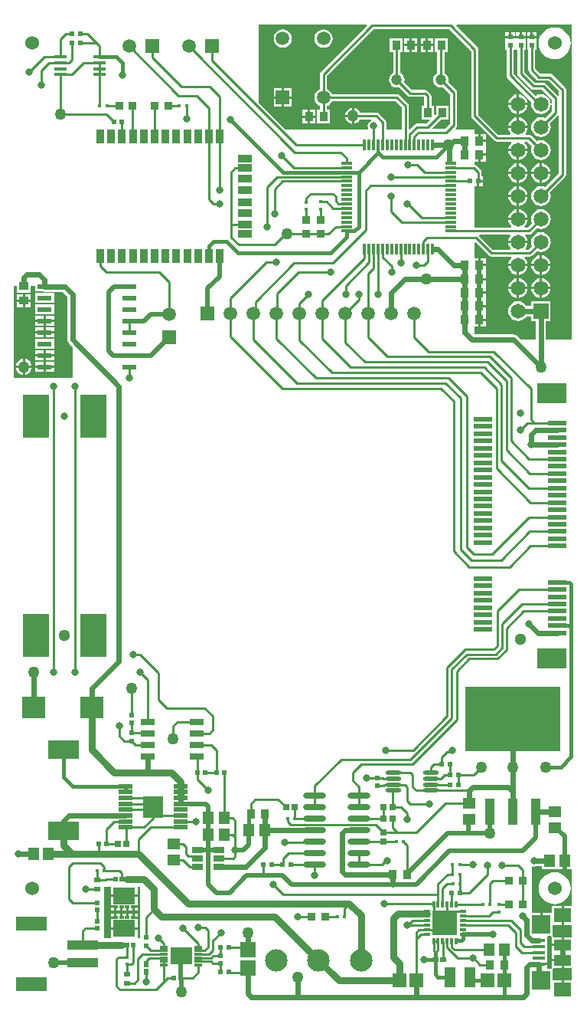
<source format=gtl>
G04*
G04 #@! TF.GenerationSoftware,Altium Limited,Altium Designer,20.0.11 (256)*
G04*
G04 Layer_Physical_Order=1*
G04 Layer_Color=255*
%FSLAX25Y25*%
%MOIN*%
G70*
G01*
G75*
%ADD11C,0.01000*%
%ADD13C,0.02362*%
%ADD17C,0.01968*%
%ADD24R,0.09646X0.07677*%
%ADD25R,0.03740X0.01181*%
%ADD26R,0.12598X0.09055*%
%ADD27R,0.07874X0.02362*%
%ADD28R,0.03200X0.03200*%
%ADD29R,0.01772X0.01772*%
%ADD30R,0.13780X0.07874*%
%ADD31R,0.05906X0.06102*%
%ADD32R,0.04724X0.05512*%
%ADD33R,0.03543X0.03937*%
%ADD34R,0.02598X0.02441*%
%ADD35R,0.01772X0.01772*%
%ADD36R,0.11024X0.11024*%
%ADD37R,0.01181X0.03150*%
%ADD38R,0.03150X0.01181*%
%ADD39R,0.02126X0.02284*%
%ADD40R,0.02165X0.02165*%
%ADD41R,0.02441X0.02598*%
%ADD42R,0.02559X0.02165*%
%ADD43R,0.02165X0.02165*%
%ADD44R,0.01968X0.02480*%
%ADD45R,0.01968X0.01614*%
%ADD46R,0.09646X0.07480*%
%ADD47R,0.02284X0.02126*%
%ADD48R,0.02559X0.02559*%
%ADD49R,0.02559X0.02559*%
%ADD50R,0.41339X0.28347*%
%ADD51R,0.04134X0.11221*%
%ADD52R,0.05118X0.05709*%
%ADD53R,0.04724X0.01181*%
%ADD54R,0.01181X0.04724*%
%ADD55R,0.03200X0.06300*%
%ADD56R,0.06300X0.03200*%
%ADD57R,0.04921X0.08661*%
%ADD58R,0.06890X0.06693*%
%ADD59R,0.06004X0.02559*%
%ADD60R,0.10236X0.09449*%
%ADD61R,0.05709X0.04528*%
%ADD62R,0.03200X0.03200*%
%ADD63R,0.13780X0.03937*%
%ADD64R,0.13386X0.05906*%
%ADD65R,0.05118X0.02756*%
%ADD66R,0.05315X0.01575*%
%ADD67R,0.07874X0.08268*%
%ADD68R,0.07480X0.06299*%
%ADD69R,0.07480X0.04724*%
%ADD70R,0.06378X0.02284*%
%ADD71O,0.09843X0.02756*%
%ADD72R,0.09095X0.09685*%
G04:AMPARAMS|DCode=73|XSize=17.72mil|YSize=62.99mil|CornerRadius=1.95mil|HoleSize=0mil|Usage=FLASHONLY|Rotation=90.000|XOffset=0mil|YOffset=0mil|HoleType=Round|Shape=RoundedRectangle|*
%AMROUNDEDRECTD73*
21,1,0.01772,0.05909,0,0,90.0*
21,1,0.01382,0.06299,0,0,90.0*
1,1,0.00390,0.02955,0.00691*
1,1,0.00390,0.02955,-0.00691*
1,1,0.00390,-0.02955,-0.00691*
1,1,0.00390,-0.02955,0.00691*
%
%ADD73ROUNDEDRECTD73*%
%ADD74R,0.05400X0.01600*%
%ADD75O,0.07087X0.01772*%
%ADD76R,0.11811X0.18898*%
%ADD77R,0.04528X0.05709*%
%ADD78R,0.03937X0.03543*%
%ADD144C,0.03150*%
%ADD145C,0.01575*%
%ADD146C,0.01181*%
%ADD147R,0.05906X0.05906*%
%ADD148C,0.05906*%
%ADD149C,0.03150*%
%ADD150C,0.05118*%
%ADD151R,0.05906X0.05906*%
%ADD152C,0.09764*%
%ADD153C,0.04724*%
%ADD154R,0.06503X0.06503*%
%ADD155C,0.06503*%
%ADD156C,0.06000*%
%ADD157C,0.05000*%
G36*
X57087Y28346D02*
X55921D01*
Y32122D01*
X44276D01*
Y28346D01*
X41339D01*
Y50787D01*
X44276D01*
Y47173D01*
X50099D01*
X55921D01*
Y50787D01*
X57087D01*
Y28346D01*
D02*
G37*
G36*
X242429Y58261D02*
X244977D01*
Y42382D01*
X241500D01*
Y38232D01*
Y34083D01*
X244977D01*
Y28799D01*
X241500D01*
Y25437D01*
X241000D01*
Y24937D01*
X236260D01*
Y22075D01*
Y19244D01*
X241000D01*
Y18744D01*
X241500D01*
Y15382D01*
X244977D01*
Y10098D01*
X241500D01*
Y5949D01*
X240500D01*
Y10098D01*
X236685D01*
Y15020D01*
X237018Y15382D01*
X240500D01*
Y18244D01*
X236260D01*
Y15382D01*
X235927Y15020D01*
X234558D01*
X234126Y15185D01*
Y16472D01*
X230469D01*
Y17472D01*
X234126D01*
Y17744D01*
Y20303D01*
Y22862D01*
Y25421D01*
Y28996D01*
X234558Y29161D01*
X235927D01*
X236260Y28799D01*
Y25937D01*
X240500D01*
Y28799D01*
X237018D01*
X236685Y29161D01*
Y34083D01*
X240500D01*
Y38232D01*
Y42382D01*
X236260D01*
Y39429D01*
X232248D01*
Y34295D01*
X231248D01*
Y39429D01*
X227559D01*
X227559Y59160D01*
X228059Y59485D01*
X228552Y59420D01*
X229224Y59508D01*
X229851Y59768D01*
X229884Y59793D01*
X231874D01*
Y58261D01*
X241429D01*
Y62017D01*
X242429D01*
Y58261D01*
D02*
G37*
G36*
X155726Y425015D02*
X135730Y405018D01*
X135398Y404522D01*
X135282Y403937D01*
Y397543D01*
X134818Y397350D01*
X133992Y396717D01*
X133358Y395891D01*
X132960Y394930D01*
X132824Y393898D01*
X132960Y392866D01*
X133358Y391904D01*
X133992Y391078D01*
X134818Y390445D01*
X135282Y390253D01*
Y388508D01*
X134039D01*
Y382571D01*
X139583D01*
Y388508D01*
X138340D01*
Y390253D01*
X138804Y390445D01*
X139630Y391078D01*
X140264Y391904D01*
X140456Y392368D01*
X168067D01*
X170912Y389524D01*
Y379921D01*
X164128D01*
Y383136D01*
X164011Y383721D01*
X163680Y384218D01*
X160887Y387010D01*
X160391Y387342D01*
X159806Y387458D01*
X152793D01*
X152696Y387694D01*
X152135Y388425D01*
X151404Y388986D01*
X150552Y389339D01*
X150138Y389393D01*
Y385929D01*
Y382465D01*
X150552Y382519D01*
X151404Y382872D01*
X152135Y383433D01*
X152696Y384164D01*
X152793Y384399D01*
X157626D01*
X157726Y383899D01*
X157363Y383749D01*
X156825Y383336D01*
X156412Y382799D01*
X156153Y382172D01*
X156064Y381500D01*
X156153Y380828D01*
X156321Y380421D01*
X156039Y379921D01*
X120306D01*
X108661Y391566D01*
Y425477D01*
X155535D01*
X155726Y425015D01*
D02*
G37*
G36*
X244977Y288583D02*
X233722D01*
Y296748D01*
X235752D01*
Y305252D01*
X227248D01*
Y303224D01*
X225153D01*
X224532Y304032D01*
X223644Y304714D01*
X222610Y305142D01*
X221500Y305288D01*
X220390Y305142D01*
X219356Y304714D01*
X218468Y304032D01*
X217786Y303144D01*
X217358Y302110D01*
X217212Y301000D01*
X217358Y299890D01*
X217786Y298856D01*
X218468Y297968D01*
X219356Y297286D01*
X220390Y296858D01*
X221500Y296712D01*
X222610Y296858D01*
X223644Y297286D01*
X224532Y297968D01*
X225153Y298776D01*
X227248D01*
Y296748D01*
X229274D01*
Y288583D01*
X222830D01*
X221257Y290155D01*
X220536Y290637D01*
X219685Y290807D01*
X219685Y290807D01*
X202756D01*
Y294252D01*
X204224D01*
Y297220D01*
X204724D01*
Y297721D01*
X207496D01*
Y300181D01*
Y302650D01*
X204724D01*
Y303650D01*
X207496D01*
Y306087D01*
Y308555D01*
X204724D01*
Y309555D01*
X207496D01*
Y311992D01*
Y314461D01*
X204724D01*
Y315461D01*
X207496D01*
Y317929D01*
X207496D01*
Y318015D01*
X207496D01*
Y320483D01*
X204724D01*
Y320984D01*
X204224D01*
Y323952D01*
X202756D01*
Y330652D01*
X203218Y330844D01*
X208895Y325167D01*
X209391Y324835D01*
X209976Y324719D01*
X218541D01*
X218711Y324219D01*
X218468Y324032D01*
X217786Y323144D01*
X217358Y322110D01*
X217278Y321500D01*
X221500D01*
X225723D01*
X225642Y322110D01*
X225214Y323144D01*
X224532Y324032D01*
X224289Y324219D01*
X224459Y324719D01*
X226748D01*
X227334Y324835D01*
X227830Y325167D01*
X229775Y327112D01*
X230390Y326858D01*
X231500Y326712D01*
X232610Y326858D01*
X233644Y327286D01*
X234532Y327968D01*
X235214Y328856D01*
X235642Y329890D01*
X235788Y331000D01*
X235642Y332110D01*
X235214Y333144D01*
X234532Y334032D01*
X233644Y334714D01*
X232610Y335142D01*
X231500Y335288D01*
X230390Y335142D01*
X229356Y334714D01*
X228468Y334032D01*
X227786Y333144D01*
X227358Y332110D01*
X227212Y331000D01*
X227358Y329890D01*
X227612Y329275D01*
X226115Y327778D01*
X225017D01*
X224770Y328278D01*
X225214Y328856D01*
X225642Y329890D01*
X225723Y330500D01*
X221500D01*
X217278D01*
X217358Y329890D01*
X217786Y328856D01*
X218230Y328278D01*
X217983Y327778D01*
X210610D01*
X204590Y333797D01*
X204797Y334297D01*
X218041D01*
X218287Y333797D01*
X217786Y333144D01*
X217358Y332110D01*
X217278Y331500D01*
X221500D01*
X225723D01*
X225642Y332110D01*
X225214Y333144D01*
X224713Y333797D01*
X224959Y334297D01*
X226327D01*
X226912Y334414D01*
X227408Y334745D01*
X229775Y337112D01*
X230390Y336858D01*
X231500Y336712D01*
X232610Y336858D01*
X233644Y337286D01*
X234532Y337968D01*
X235214Y338856D01*
X235642Y339890D01*
X235788Y341000D01*
X235642Y342110D01*
X235214Y343144D01*
X234532Y344032D01*
X233644Y344714D01*
X232610Y345142D01*
X231500Y345288D01*
X230390Y345142D01*
X229356Y344714D01*
X228468Y344032D01*
X227786Y343144D01*
X227358Y342110D01*
X227212Y341000D01*
X227358Y339890D01*
X227612Y339275D01*
X225693Y337356D01*
X224513D01*
X224352Y337830D01*
X224532Y337968D01*
X225214Y338856D01*
X225642Y339890D01*
X225723Y340500D01*
X221500D01*
X217278D01*
X217358Y339890D01*
X217786Y338856D01*
X218468Y337968D01*
X218648Y337830D01*
X218487Y337356D01*
X202756D01*
Y355398D01*
X203634D01*
Y357480D01*
X204134D01*
Y357980D01*
X206217D01*
Y359563D01*
X205663D01*
Y361417D01*
X205547Y362003D01*
X205215Y362499D01*
X203247Y364467D01*
X202756Y364795D01*
Y366114D01*
X204197D01*
Y369083D01*
X204697D01*
Y369583D01*
X207469D01*
Y372020D01*
Y374488D01*
X204697D01*
Y374989D01*
X204197D01*
Y377957D01*
X202756D01*
Y379921D01*
X194356D01*
X194165Y380383D01*
X194518Y380736D01*
X194850Y381233D01*
X194966Y381818D01*
Y396091D01*
X194850Y396676D01*
X194518Y397172D01*
X191160Y400531D01*
X191228Y400697D01*
X191344Y401575D01*
X191228Y402453D01*
X190890Y403270D01*
X190351Y403973D01*
X189648Y404512D01*
X189482Y404580D01*
Y413764D01*
X190961D01*
Y419701D01*
X185417D01*
Y413764D01*
X186423D01*
Y404580D01*
X186257Y404512D01*
X185555Y403973D01*
X185016Y403270D01*
X184677Y402453D01*
X184562Y401575D01*
X184677Y400697D01*
X185016Y399879D01*
X185555Y399177D01*
X186257Y398638D01*
X187075Y398299D01*
X187953Y398184D01*
X188830Y398299D01*
X188997Y398368D01*
X191907Y395457D01*
Y382451D01*
X189726Y380270D01*
X184464D01*
X184272Y380732D01*
X187974Y384433D01*
X191354D01*
Y390370D01*
X185811D01*
Y386661D01*
X185532Y386438D01*
X185055Y386648D01*
Y390370D01*
X183813D01*
Y394488D01*
X183696Y395074D01*
X183365Y395570D01*
X182184Y396751D01*
X181688Y397082D01*
X181102Y397199D01*
X175279D01*
X171947Y400531D01*
X172016Y400697D01*
X172131Y401575D01*
X172016Y402453D01*
X171677Y403270D01*
X171138Y403973D01*
X170436Y404512D01*
X170270Y404580D01*
Y413764D01*
X171276D01*
Y419701D01*
X165732D01*
Y413764D01*
X167211D01*
Y404580D01*
X167045Y404512D01*
X166342Y403973D01*
X165803Y403270D01*
X165464Y402453D01*
X165349Y401575D01*
X165464Y400697D01*
X165803Y399879D01*
X166342Y399177D01*
X167045Y398638D01*
X167862Y398299D01*
X168740Y398184D01*
X169618Y398299D01*
X169784Y398368D01*
X173564Y394588D01*
X174060Y394256D01*
X174646Y394140D01*
X180469D01*
X180754Y393855D01*
Y390370D01*
X179512D01*
Y384433D01*
X182995D01*
X183186Y383971D01*
X181745Y382529D01*
X177500D01*
X176915Y382413D01*
X176419Y382081D01*
X174470Y380133D01*
X173970Y380340D01*
Y390158D01*
X173854Y390743D01*
X173522Y391239D01*
X169782Y394979D01*
X169286Y395311D01*
X168701Y395427D01*
X140456D01*
X140264Y395891D01*
X139630Y396717D01*
X138804Y397350D01*
X138340Y397543D01*
Y403303D01*
X158704Y423667D01*
X191694D01*
X201226Y414135D01*
Y385827D01*
X201343Y385242D01*
X201675Y384745D01*
X211253Y375167D01*
X211749Y374835D01*
X212334Y374719D01*
X218541D01*
X218711Y374219D01*
X218468Y374032D01*
X217786Y373144D01*
X217358Y372110D01*
X217278Y371500D01*
X221500D01*
X225723D01*
X225642Y372110D01*
X225214Y373144D01*
X224532Y374032D01*
X224289Y374219D01*
X224459Y374719D01*
X225618D01*
X227612Y372725D01*
X227358Y372110D01*
X227212Y371000D01*
X227358Y369890D01*
X227786Y368856D01*
X228468Y367968D01*
X229356Y367286D01*
X230390Y366858D01*
X231500Y366712D01*
X232610Y366858D01*
X233644Y367286D01*
X234532Y367968D01*
X235214Y368856D01*
X235642Y369890D01*
X235788Y371000D01*
X235642Y372110D01*
X235214Y373144D01*
X234532Y374032D01*
X233644Y374714D01*
X232610Y375142D01*
X231500Y375288D01*
X230390Y375142D01*
X229775Y374888D01*
X227333Y377330D01*
X226837Y377661D01*
X226252Y377778D01*
X225017D01*
X224770Y378278D01*
X225214Y378856D01*
X225642Y379890D01*
X225723Y380500D01*
X221500D01*
X217278D01*
X217358Y379890D01*
X217786Y378856D01*
X218230Y378278D01*
X217983Y377778D01*
X212968D01*
X204285Y386460D01*
Y414769D01*
X204169Y415354D01*
X203837Y415850D01*
X194672Y425015D01*
X194864Y425477D01*
X244977D01*
Y288583D01*
D02*
G37*
G36*
X11165Y309551D02*
X14942D01*
X15354Y309469D01*
X23213D01*
X25335Y307347D01*
Y288504D01*
X25335Y288504D01*
X25504Y287653D01*
X25987Y286931D01*
X27559Y285359D01*
Y271981D01*
X2023D01*
Y311811D01*
X3331D01*
Y309039D01*
X9268D01*
Y311811D01*
X11165D01*
Y309551D01*
D02*
G37*
%LPC*%
G36*
X55921Y41626D02*
X54437D01*
Y40319D01*
X55921D01*
Y41626D01*
D02*
G37*
G36*
Y46173D02*
X50099D01*
X44276D01*
Y42626D01*
X46260D01*
Y42126D01*
X46760D01*
Y40319D01*
X48319D01*
Y42126D01*
X49319D01*
Y40319D01*
X50878D01*
Y42126D01*
X51878D01*
Y40319D01*
X53437D01*
Y42126D01*
X53937D01*
Y42626D01*
X55921D01*
Y46173D01*
D02*
G37*
G36*
X45760Y41626D02*
X44276D01*
Y40319D01*
X45760D01*
Y41626D01*
D02*
G37*
G36*
X55921Y38976D02*
X54437D01*
Y37669D01*
X55921D01*
Y38976D01*
D02*
G37*
G36*
X45760D02*
X44276D01*
Y37669D01*
X45760D01*
Y38976D01*
D02*
G37*
G36*
X53437D02*
X51878D01*
Y37169D01*
X50878D01*
Y38976D01*
X49319D01*
Y37169D01*
X48319D01*
Y38976D01*
X46760D01*
Y37169D01*
X46260D01*
Y36669D01*
X44276D01*
Y35362D01*
Y33122D01*
X55921D01*
Y35362D01*
Y36669D01*
X53937D01*
Y37169D01*
X53437D01*
Y38976D01*
D02*
G37*
G36*
X237500Y56939D02*
X236146Y56806D01*
X234845Y56411D01*
X233645Y55769D01*
X232593Y54907D01*
X231731Y53855D01*
X231089Y52655D01*
X230694Y51354D01*
X230561Y50000D01*
X230694Y48646D01*
X231089Y47345D01*
X231731Y46145D01*
X232593Y45093D01*
X233645Y44230D01*
X234845Y43589D01*
X236146Y43194D01*
X237500Y43061D01*
X238854Y43194D01*
X240155Y43589D01*
X241355Y44230D01*
X242407Y45093D01*
X243269Y46145D01*
X243911Y47345D01*
X244306Y48646D01*
X244439Y50000D01*
X244306Y51354D01*
X243911Y52655D01*
X243269Y53855D01*
X242407Y54907D01*
X241355Y55769D01*
X240155Y56411D01*
X238854Y56806D01*
X237500Y56939D01*
D02*
G37*
G36*
X136811Y423475D02*
X135779Y423339D01*
X134818Y422941D01*
X133992Y422307D01*
X133358Y421482D01*
X132960Y420520D01*
X132824Y419488D01*
X132960Y418456D01*
X133358Y417495D01*
X133992Y416669D01*
X134818Y416036D01*
X135779Y415637D01*
X136811Y415501D01*
X137843Y415637D01*
X138804Y416036D01*
X139630Y416669D01*
X140264Y417495D01*
X140662Y418456D01*
X140798Y419488D01*
X140662Y420520D01*
X140264Y421482D01*
X139630Y422307D01*
X138804Y422941D01*
X137843Y423339D01*
X136811Y423475D01*
D02*
G37*
G36*
X119095D02*
X118063Y423339D01*
X117101Y422941D01*
X116275Y422307D01*
X115642Y421482D01*
X115243Y420520D01*
X115108Y419488D01*
X115243Y418456D01*
X115642Y417495D01*
X116275Y416669D01*
X117101Y416036D01*
X118063Y415637D01*
X119095Y415501D01*
X120126Y415637D01*
X121088Y416036D01*
X121914Y416669D01*
X122547Y417495D01*
X122945Y418456D01*
X123081Y419488D01*
X122945Y420520D01*
X122547Y421482D01*
X121914Y422307D01*
X121088Y422941D01*
X120126Y423339D01*
X119095Y423475D01*
D02*
G37*
G36*
X123047Y397850D02*
X119595D01*
Y394398D01*
X123047D01*
Y397850D01*
D02*
G37*
G36*
X118595D02*
X115142D01*
Y394398D01*
X118595D01*
Y397850D01*
D02*
G37*
G36*
X123047Y393398D02*
X119595D01*
Y389945D01*
X123047D01*
Y393398D01*
D02*
G37*
G36*
X118595D02*
X115142D01*
Y389945D01*
X118595D01*
Y393398D01*
D02*
G37*
G36*
X149138Y389393D02*
X148725Y389339D01*
X147873Y388986D01*
X147142Y388425D01*
X146581Y387694D01*
X146229Y386842D01*
X146174Y386429D01*
X149138D01*
Y389393D01*
D02*
G37*
G36*
X133283Y388508D02*
X131012D01*
Y386039D01*
X133283D01*
Y388508D01*
D02*
G37*
G36*
X130012D02*
X127740D01*
Y386039D01*
X130012D01*
Y388508D01*
D02*
G37*
G36*
X133283Y385039D02*
X131012D01*
Y382571D01*
X133283D01*
Y385039D01*
D02*
G37*
G36*
X130012D02*
X127740D01*
Y382571D01*
X130012D01*
Y385039D01*
D02*
G37*
G36*
X149138Y385429D02*
X146174D01*
X146229Y385015D01*
X146581Y384164D01*
X147142Y383433D01*
X147873Y382872D01*
X148725Y382519D01*
X149138Y382465D01*
Y385429D01*
D02*
G37*
G36*
X229642Y422358D02*
X228059D01*
Y420776D01*
X229642D01*
Y422358D01*
D02*
G37*
G36*
X227059D02*
X225476D01*
Y420776D01*
X227059D01*
Y422358D01*
D02*
G37*
G36*
X224917D02*
X223335D01*
Y420776D01*
X224917D01*
Y422358D01*
D02*
G37*
G36*
X222335D02*
X220752D01*
Y420776D01*
X222335D01*
Y422358D01*
D02*
G37*
G36*
X220193D02*
X218610D01*
Y420776D01*
X220193D01*
Y422358D01*
D02*
G37*
G36*
X217610D02*
X216028D01*
Y420776D01*
X217610D01*
Y422358D01*
D02*
G37*
G36*
X184661Y419701D02*
X182390D01*
Y417232D01*
X184661D01*
Y419701D01*
D02*
G37*
G36*
X181390D02*
X179118D01*
Y417232D01*
X181390D01*
Y419701D01*
D02*
G37*
G36*
X177575D02*
X175303D01*
Y417232D01*
X177575D01*
Y419701D01*
D02*
G37*
G36*
X174303D02*
X172031D01*
Y417232D01*
X174303D01*
Y419701D01*
D02*
G37*
G36*
X184661Y416232D02*
X182390D01*
Y413764D01*
X184661D01*
Y416232D01*
D02*
G37*
G36*
X181390D02*
X179118D01*
Y413764D01*
X181390D01*
Y416232D01*
D02*
G37*
G36*
X177575Y416232D02*
X175303D01*
Y413764D01*
X177575D01*
Y416232D01*
D02*
G37*
G36*
X174303D02*
X172031D01*
Y413764D01*
X174303D01*
Y416232D01*
D02*
G37*
G36*
X237500Y424439D02*
X236146Y424306D01*
X234845Y423911D01*
X233645Y423270D01*
X232593Y422407D01*
X231731Y421355D01*
X231089Y420155D01*
X230694Y418854D01*
X230561Y417500D01*
X230694Y416146D01*
X231089Y414845D01*
X231731Y413645D01*
X232593Y412593D01*
X233645Y411730D01*
X234845Y411089D01*
X236146Y410694D01*
X237500Y410561D01*
X238854Y410694D01*
X240155Y411089D01*
X241355Y411730D01*
X242407Y412593D01*
X243269Y413645D01*
X243911Y414845D01*
X244306Y416146D01*
X244439Y417500D01*
X244306Y418854D01*
X243911Y420155D01*
X243269Y421355D01*
X242407Y422407D01*
X241355Y423270D01*
X240155Y423911D01*
X238854Y424306D01*
X237500Y424439D01*
D02*
G37*
G36*
X229642Y419776D02*
X225476D01*
Y418193D01*
Y414650D01*
X226030D01*
Y405850D01*
X226146Y405265D01*
X226478Y404769D01*
X229572Y401675D01*
X230068Y401343D01*
X230654Y401227D01*
X234800D01*
X239416Y396611D01*
Y394876D01*
X238915Y394724D01*
X238877Y394782D01*
X233759Y399900D01*
X233262Y400232D01*
X232677Y400348D01*
X228980D01*
X224364Y404964D01*
Y414650D01*
X224917D01*
Y418193D01*
Y419776D01*
X220752D01*
Y418193D01*
Y414650D01*
X221305D01*
Y404331D01*
X221422Y403745D01*
X221753Y403249D01*
X227265Y397738D01*
X227761Y397406D01*
X228346Y397289D01*
X232044D01*
X236266Y393067D01*
Y391203D01*
X235766Y391171D01*
X235747Y391311D01*
X235642Y392110D01*
X235214Y393144D01*
X234532Y394032D01*
X233644Y394714D01*
X232610Y395142D01*
X231500Y395288D01*
X230390Y395142D01*
X229356Y394714D01*
X229213Y394604D01*
X219640Y404177D01*
Y414650D01*
X220193D01*
Y418193D01*
Y419776D01*
X216028D01*
Y418193D01*
Y414650D01*
X216581D01*
Y403543D01*
X216697Y402958D01*
X217029Y402462D01*
X227364Y392126D01*
X227358Y392110D01*
X227212Y391000D01*
X227358Y389890D01*
X227786Y388856D01*
X228468Y387968D01*
X229356Y387286D01*
X230390Y386858D01*
X231500Y386712D01*
X232610Y386858D01*
X233644Y387286D01*
X234532Y387968D01*
X235214Y388856D01*
X235642Y389890D01*
X235747Y390689D01*
X235766Y390829D01*
X236266Y390797D01*
Y387929D01*
X233225Y384888D01*
X232610Y385142D01*
X231500Y385288D01*
X230390Y385142D01*
X229356Y384714D01*
X228468Y384032D01*
X227786Y383144D01*
X227358Y382110D01*
X227212Y381000D01*
X227358Y379890D01*
X227786Y378856D01*
X228468Y377968D01*
X229356Y377286D01*
X230390Y376858D01*
X231500Y376712D01*
X232610Y376858D01*
X233644Y377286D01*
X234532Y377968D01*
X235214Y378856D01*
X235642Y379890D01*
X235788Y381000D01*
X235642Y382110D01*
X235388Y382725D01*
X238877Y386214D01*
X238915Y386272D01*
X239416Y386120D01*
Y361078D01*
X233225Y354888D01*
X232610Y355142D01*
X231500Y355288D01*
X230390Y355142D01*
X229356Y354714D01*
X228468Y354032D01*
X227786Y353144D01*
X227358Y352110D01*
X227212Y351000D01*
X227358Y349890D01*
X227786Y348856D01*
X228468Y347968D01*
X229356Y347286D01*
X230390Y346858D01*
X231500Y346712D01*
X232610Y346858D01*
X233644Y347286D01*
X234532Y347968D01*
X235214Y348856D01*
X235642Y349890D01*
X235788Y351000D01*
X235642Y352110D01*
X235388Y352725D01*
X242026Y359363D01*
X242358Y359860D01*
X242474Y360445D01*
Y397244D01*
X242358Y397829D01*
X242026Y398325D01*
X236514Y403837D01*
X236018Y404169D01*
X235433Y404285D01*
X231287D01*
X229088Y406484D01*
Y414650D01*
X229642D01*
Y418193D01*
Y419776D01*
D02*
G37*
G36*
X222000Y395222D02*
Y391500D01*
X225723D01*
X225642Y392110D01*
X225214Y393144D01*
X224532Y394032D01*
X223644Y394714D01*
X222610Y395142D01*
X222000Y395222D01*
D02*
G37*
G36*
X221000D02*
X220390Y395142D01*
X219356Y394714D01*
X218468Y394032D01*
X217786Y393144D01*
X217358Y392110D01*
X217278Y391500D01*
X221000D01*
Y395222D01*
D02*
G37*
G36*
X225723Y390500D02*
X222000D01*
Y386777D01*
X222610Y386858D01*
X223644Y387286D01*
X224532Y387968D01*
X225214Y388856D01*
X225642Y389890D01*
X225723Y390500D01*
D02*
G37*
G36*
X221000D02*
X217278D01*
X217358Y389890D01*
X217786Y388856D01*
X218468Y387968D01*
X219356Y387286D01*
X220390Y386858D01*
X221000Y386777D01*
Y390500D01*
D02*
G37*
G36*
X222000Y385223D02*
Y381500D01*
X225723D01*
X225642Y382110D01*
X225214Y383144D01*
X224532Y384032D01*
X223644Y384714D01*
X222610Y385142D01*
X222000Y385223D01*
D02*
G37*
G36*
X221000D02*
X220390Y385142D01*
X219356Y384714D01*
X218468Y384032D01*
X217786Y383144D01*
X217358Y382110D01*
X217278Y381500D01*
X221000D01*
Y385223D01*
D02*
G37*
G36*
X207469Y377957D02*
X205197D01*
Y375488D01*
X207469D01*
Y377957D01*
D02*
G37*
G36*
X225723Y370500D02*
X222000D01*
Y366777D01*
X222610Y366858D01*
X223644Y367286D01*
X224532Y367968D01*
X225214Y368856D01*
X225642Y369890D01*
X225723Y370500D01*
D02*
G37*
G36*
X221000D02*
X217278D01*
X217358Y369890D01*
X217786Y368856D01*
X218468Y367968D01*
X219356Y367286D01*
X220390Y366858D01*
X221000Y366777D01*
Y370500D01*
D02*
G37*
G36*
X207469Y368583D02*
X205197D01*
Y366114D01*
X207469D01*
Y368583D01*
D02*
G37*
G36*
X232000Y365223D02*
Y361500D01*
X235722D01*
X235642Y362110D01*
X235214Y363144D01*
X234532Y364032D01*
X233644Y364714D01*
X232610Y365142D01*
X232000Y365223D01*
D02*
G37*
G36*
X222000D02*
Y361500D01*
X225723D01*
X225642Y362110D01*
X225214Y363144D01*
X224532Y364032D01*
X223644Y364714D01*
X222610Y365142D01*
X222000Y365223D01*
D02*
G37*
G36*
X231000D02*
X230390Y365142D01*
X229356Y364714D01*
X228468Y364032D01*
X227786Y363144D01*
X227358Y362110D01*
X227277Y361500D01*
X231000D01*
Y365223D01*
D02*
G37*
G36*
X221000D02*
X220390Y365142D01*
X219356Y364714D01*
X218468Y364032D01*
X217786Y363144D01*
X217358Y362110D01*
X217278Y361500D01*
X221000D01*
Y365223D01*
D02*
G37*
G36*
X235722Y360500D02*
X232000D01*
Y356778D01*
X232610Y356858D01*
X233644Y357286D01*
X234532Y357968D01*
X235214Y358856D01*
X235642Y359890D01*
X235722Y360500D01*
D02*
G37*
G36*
X225723D02*
X222000D01*
Y356778D01*
X222610Y356858D01*
X223644Y357286D01*
X224532Y357968D01*
X225214Y358856D01*
X225642Y359890D01*
X225723Y360500D01*
D02*
G37*
G36*
X231000D02*
X227277D01*
X227358Y359890D01*
X227786Y358856D01*
X228468Y357968D01*
X229356Y357286D01*
X230390Y356858D01*
X231000Y356778D01*
Y360500D01*
D02*
G37*
G36*
X221000D02*
X217278D01*
X217358Y359890D01*
X217786Y358856D01*
X218468Y357968D01*
X219356Y357286D01*
X220390Y356858D01*
X221000Y356778D01*
Y360500D01*
D02*
G37*
G36*
X206217Y356980D02*
X204634D01*
Y355398D01*
X206217D01*
Y356980D01*
D02*
G37*
G36*
X222000Y355223D02*
Y351500D01*
X225723D01*
X225642Y352110D01*
X225214Y353144D01*
X224532Y354032D01*
X223644Y354714D01*
X222610Y355142D01*
X222000Y355223D01*
D02*
G37*
G36*
X221000D02*
X220390Y355142D01*
X219356Y354714D01*
X218468Y354032D01*
X217786Y353144D01*
X217358Y352110D01*
X217278Y351500D01*
X221000D01*
Y355223D01*
D02*
G37*
G36*
X225723Y350500D02*
X222000D01*
Y346778D01*
X222610Y346858D01*
X223644Y347286D01*
X224532Y347968D01*
X225214Y348856D01*
X225642Y349890D01*
X225723Y350500D01*
D02*
G37*
G36*
X221000D02*
X217278D01*
X217358Y349890D01*
X217786Y348856D01*
X218468Y347968D01*
X219356Y347286D01*
X220390Y346858D01*
X221000Y346778D01*
Y350500D01*
D02*
G37*
G36*
X222000Y345222D02*
Y341500D01*
X225723D01*
X225642Y342110D01*
X225214Y343144D01*
X224532Y344032D01*
X223644Y344714D01*
X222610Y345142D01*
X222000Y345222D01*
D02*
G37*
G36*
X221000D02*
X220390Y345142D01*
X219356Y344714D01*
X218468Y344032D01*
X217786Y343144D01*
X217358Y342110D01*
X217278Y341500D01*
X221000D01*
Y345222D01*
D02*
G37*
G36*
X232000Y325222D02*
Y321500D01*
X235722D01*
X235642Y322110D01*
X235214Y323144D01*
X234532Y324032D01*
X233644Y324714D01*
X232610Y325142D01*
X232000Y325222D01*
D02*
G37*
G36*
X231000D02*
X230390Y325142D01*
X229356Y324714D01*
X228468Y324032D01*
X227786Y323144D01*
X227358Y322110D01*
X227277Y321500D01*
X231000D01*
Y325222D01*
D02*
G37*
G36*
X207496Y323952D02*
X205224D01*
Y321483D01*
X207496D01*
Y323952D01*
D02*
G37*
G36*
X235722Y320500D02*
X232000D01*
Y316777D01*
X232610Y316858D01*
X233644Y317286D01*
X234532Y317968D01*
X235214Y318856D01*
X235642Y319890D01*
X235722Y320500D01*
D02*
G37*
G36*
X225723D02*
X222000D01*
Y316777D01*
X222610Y316858D01*
X223644Y317286D01*
X224532Y317968D01*
X225214Y318856D01*
X225642Y319890D01*
X225723Y320500D01*
D02*
G37*
G36*
X231000D02*
X227277D01*
X227358Y319890D01*
X227786Y318856D01*
X228468Y317968D01*
X229356Y317286D01*
X230390Y316858D01*
X231000Y316777D01*
Y320500D01*
D02*
G37*
G36*
X221000D02*
X217278D01*
X217358Y319890D01*
X217786Y318856D01*
X218468Y317968D01*
X219356Y317286D01*
X220390Y316858D01*
X221000Y316777D01*
Y320500D01*
D02*
G37*
G36*
X232000Y315223D02*
Y311500D01*
X235722D01*
X235642Y312110D01*
X235214Y313144D01*
X234532Y314032D01*
X233644Y314714D01*
X232610Y315142D01*
X232000Y315223D01*
D02*
G37*
G36*
X222000D02*
Y311500D01*
X225723D01*
X225642Y312110D01*
X225214Y313144D01*
X224532Y314032D01*
X223644Y314714D01*
X222610Y315142D01*
X222000Y315223D01*
D02*
G37*
G36*
X231000D02*
X230390Y315142D01*
X229356Y314714D01*
X228468Y314032D01*
X227786Y313144D01*
X227358Y312110D01*
X227277Y311500D01*
X231000D01*
Y315223D01*
D02*
G37*
G36*
X221000D02*
X220390Y315142D01*
X219356Y314714D01*
X218468Y314032D01*
X217786Y313144D01*
X217358Y312110D01*
X217278Y311500D01*
X221000D01*
Y315223D01*
D02*
G37*
G36*
X235722Y310500D02*
X232000D01*
Y306778D01*
X232610Y306858D01*
X233644Y307286D01*
X234532Y307968D01*
X235214Y308856D01*
X235642Y309890D01*
X235722Y310500D01*
D02*
G37*
G36*
X225723D02*
X222000D01*
Y306778D01*
X222610Y306858D01*
X223644Y307286D01*
X224532Y307968D01*
X225214Y308856D01*
X225642Y309890D01*
X225723Y310500D01*
D02*
G37*
G36*
X231000D02*
X227277D01*
X227358Y309890D01*
X227786Y308856D01*
X228468Y307968D01*
X229356Y307286D01*
X230390Y306858D01*
X231000Y306778D01*
Y310500D01*
D02*
G37*
G36*
X221000D02*
X217278D01*
X217358Y309890D01*
X217786Y308856D01*
X218468Y307968D01*
X219356Y307286D01*
X220390Y306858D01*
X221000Y306778D01*
Y310500D01*
D02*
G37*
G36*
X207496Y296721D02*
X205224D01*
Y294252D01*
X207496D01*
Y296721D01*
D02*
G37*
G36*
X9268Y308283D02*
X6799D01*
Y306012D01*
X9268D01*
Y308283D01*
D02*
G37*
G36*
X5799D02*
X3331D01*
Y306012D01*
X5799D01*
Y308283D01*
D02*
G37*
G36*
X19543Y308835D02*
X11165D01*
Y304551D01*
X19543D01*
Y308835D01*
D02*
G37*
G36*
X9268Y305012D02*
X6799D01*
Y302740D01*
X9268D01*
Y305012D01*
D02*
G37*
G36*
X5799D02*
X3331D01*
Y302740D01*
X5799D01*
Y305012D01*
D02*
G37*
G36*
X19543Y303835D02*
X11165D01*
Y299551D01*
X19543D01*
Y303835D01*
D02*
G37*
G36*
Y298835D02*
X15854D01*
Y297193D01*
X19543D01*
Y298835D01*
D02*
G37*
G36*
X14854D02*
X11165D01*
Y297193D01*
X14854D01*
Y298835D01*
D02*
G37*
G36*
X19543Y296193D02*
X15854D01*
Y294551D01*
X19543D01*
Y296193D01*
D02*
G37*
G36*
X14854D02*
X11165D01*
Y294551D01*
X14854D01*
Y296193D01*
D02*
G37*
G36*
X19543Y293835D02*
X15854D01*
Y292193D01*
X19543D01*
Y293835D01*
D02*
G37*
G36*
X14854D02*
X11165D01*
Y292193D01*
X14854D01*
Y293835D01*
D02*
G37*
G36*
X19543Y291193D02*
X15854D01*
Y289551D01*
X19543D01*
Y291193D01*
D02*
G37*
G36*
X14854D02*
X11165D01*
Y289551D01*
X14854D01*
Y291193D01*
D02*
G37*
G36*
X19543Y288835D02*
X11165D01*
Y284551D01*
X19543D01*
Y288835D01*
D02*
G37*
G36*
Y283835D02*
X15854D01*
Y282193D01*
X19543D01*
Y283835D01*
D02*
G37*
G36*
X14854D02*
X11165D01*
Y282193D01*
X14854D01*
Y283835D01*
D02*
G37*
G36*
X19543Y281193D02*
X15854D01*
Y279551D01*
X19543D01*
Y281193D01*
D02*
G37*
G36*
X14854D02*
X11165D01*
Y279551D01*
X14854D01*
Y281193D01*
D02*
G37*
G36*
X6799Y280236D02*
Y277272D01*
X9764D01*
X9709Y277685D01*
X9356Y278537D01*
X8795Y279268D01*
X8064Y279829D01*
X7213Y280182D01*
X6799Y280236D01*
D02*
G37*
G36*
X5799D02*
X5385Y280182D01*
X4534Y279829D01*
X3803Y279268D01*
X3242Y278537D01*
X2889Y277685D01*
X2835Y277272D01*
X5799D01*
Y280236D01*
D02*
G37*
G36*
X19543Y278835D02*
X15854D01*
Y277193D01*
X19543D01*
Y278835D01*
D02*
G37*
G36*
X14854D02*
X11165D01*
Y277193D01*
X14854D01*
Y278835D01*
D02*
G37*
G36*
X19543Y276193D02*
X15854D01*
Y274551D01*
X19543D01*
Y276193D01*
D02*
G37*
G36*
X14854D02*
X11165D01*
Y274551D01*
X14854D01*
Y276193D01*
D02*
G37*
G36*
X9764Y276272D02*
X6799D01*
Y273307D01*
X7213Y273362D01*
X8064Y273714D01*
X8795Y274275D01*
X9356Y275007D01*
X9709Y275858D01*
X9764Y276272D01*
D02*
G37*
G36*
X5799D02*
X2835D01*
X2889Y275858D01*
X3242Y275007D01*
X3803Y274275D01*
X4534Y273714D01*
X5385Y273362D01*
X5799Y273307D01*
Y276272D01*
D02*
G37*
%LPD*%
D11*
X177165Y9886D02*
Y27953D01*
X179220Y30008D02*
X181843D01*
X177165Y27953D02*
X179220Y30008D01*
X162598Y324410D02*
X166535Y320472D01*
X162598Y324410D02*
Y327953D01*
X136378Y305563D02*
X154724Y323909D01*
Y327953D01*
X106988Y88583D02*
X117028D01*
X214130Y192520D02*
X226748Y205138D01*
X238642D01*
X227096Y217736D02*
X238642D01*
X212312Y232521D02*
X227096Y217736D01*
X82793Y33004D02*
X85130D01*
X82382Y22886D02*
X85039D01*
X82382Y33004D02*
X82793D01*
X85039Y22886D02*
X86614Y24461D01*
X136811Y385539D02*
X136811Y385539D01*
Y393898D01*
X215465Y9886D02*
X215465D01*
X226855Y198839D02*
X238642D01*
X19425Y268425D02*
X19425Y144106D01*
X158661Y373228D02*
Y381500D01*
X149638Y385929D02*
X159806D01*
X162598Y383136D01*
Y373228D02*
Y383136D01*
X123792Y363386D02*
X146850D01*
X118595Y368583D02*
X123792Y363386D01*
X124252Y370079D02*
X144267D01*
X78189Y416142D02*
Y416142D01*
Y416142D02*
X124252Y370079D01*
X88189Y409876D02*
Y416142D01*
X124836Y373228D02*
X154724D01*
X88189Y409876D02*
X124836Y373228D01*
X91587Y376992D02*
Y394398D01*
X87346Y398638D02*
X91587Y394398D01*
X74861Y398638D02*
X87346D01*
X192493Y109440D02*
X192904Y109851D01*
X190693Y109440D02*
X192493D01*
X188386Y107133D02*
X190693Y109440D01*
X225650Y252382D02*
X228740D01*
X222500Y249232D02*
X225650Y252382D01*
X28724Y144106D02*
Y268425D01*
X28724Y268425D02*
X28724Y268425D01*
X47894Y116142D02*
Y120472D01*
X50059Y113976D02*
X53351D01*
X47894Y116142D02*
X50059Y113976D01*
X52284Y271981D02*
Y276693D01*
X54012Y151575D02*
X57087D01*
X53351Y125394D02*
Y136980D01*
X69685Y299764D02*
Y313470D01*
X65188Y317968D02*
X69685Y313470D01*
X42200Y317968D02*
X65188D01*
X39602Y320565D02*
Y325008D01*
Y320565D02*
X42200Y317968D01*
X96661Y333081D02*
X99853Y329890D01*
X96661Y333081D02*
Y338787D01*
X99853Y329890D02*
X115494D01*
X177165Y320866D02*
X177299Y321000D01*
X180754D01*
X182283Y322529D02*
Y327953D01*
X180754Y321000D02*
X182283Y322529D01*
X166378Y344367D02*
Y351000D01*
Y344367D02*
X170982Y339764D01*
X142126Y337795D02*
X146850D01*
X135504Y334750D02*
X139081D01*
X142126Y337795D01*
X96661Y361383D02*
X98420Y363142D01*
X102537D02*
X102687Y363292D01*
X98420Y363142D02*
X102537D01*
X96661Y338787D02*
Y361383D01*
X77165Y384539D02*
Y390158D01*
X22109Y386785D02*
X42152D01*
X45472Y383465D01*
X22109Y386785D02*
Y403874D01*
X120353Y334750D02*
X121088D01*
X115494Y329890D02*
X120353Y334750D01*
X96661Y338787D02*
X102687D01*
X121088Y334750D02*
X129381D01*
X135504D01*
X129381Y340703D02*
Y345203D01*
X129381Y340703D02*
X129381Y340703D01*
X135504D02*
Y345442D01*
X135504Y340703D02*
X135504Y340703D01*
Y348592D02*
X138105D01*
X141028Y345669D01*
X146850D01*
X129381Y348352D02*
Y350282D01*
X131209Y352110D01*
X141016D01*
X142126Y351000D01*
Y348819D02*
X143307Y347638D01*
X142126Y348819D02*
Y351000D01*
X143307Y347638D02*
X146850D01*
X177165Y92520D02*
X200284D01*
X111985Y322300D02*
X116177D01*
X107127Y305129D02*
X124084Y322087D01*
X141028D02*
X155320Y336380D01*
X124084Y322087D02*
X141028D01*
X115525Y343144D02*
Y354000D01*
X119005Y357480D02*
X146850D01*
X115525Y354000D02*
X119005Y357480D01*
X112205Y337795D02*
Y355077D01*
X116576Y359449D01*
X146850D01*
X91587Y353792D02*
Y376992D01*
X86887Y349728D02*
Y376992D01*
X88976Y347638D02*
X91587D01*
X86887Y349728D02*
X88976Y347638D01*
X86887Y376992D02*
Y389301D01*
X170982Y339764D02*
X192126D01*
X173563Y347638D02*
X179469Y341732D01*
X173333Y347638D02*
X173563D01*
X179469Y341732D02*
X192126D01*
X155320Y336380D02*
Y353406D01*
X157426Y355512D01*
X192126D01*
X166342Y359449D02*
X192126D01*
X13780Y399310D02*
Y405512D01*
X57087Y143839D02*
X60189Y140736D01*
X87136Y117461D02*
X88583Y118907D01*
X85039Y128347D02*
X88583Y124803D01*
Y118907D02*
Y124803D01*
X64961Y131890D02*
X68504Y128347D01*
X85039D01*
X64961Y131890D02*
Y143701D01*
X57087Y151575D02*
X64961Y143701D01*
X60189Y122461D02*
Y140736D01*
X81543Y117461D02*
X87136D01*
X126378Y304437D02*
X130209Y308268D01*
Y308268D01*
X126378Y299890D02*
Y304437D01*
X166535Y318015D02*
Y320472D01*
X139732Y317968D02*
X139779Y318015D01*
X126016Y317968D02*
X139732D01*
X146457Y308268D02*
Y312064D01*
X160630Y308268D02*
Y327953D01*
X152362Y305874D02*
Y308268D01*
X146457Y312064D02*
X156693Y322300D01*
Y327953D01*
X136378Y299890D02*
Y305563D01*
X156378Y299890D02*
Y317286D01*
Y289554D02*
Y299890D01*
X136378Y288883D02*
Y299890D01*
X156378Y317286D02*
X158661Y319570D01*
X173712Y364795D02*
X177528D01*
X173522Y364605D02*
X173712Y364795D01*
X15118Y411551D02*
X22109D01*
X8661Y405094D02*
X15118Y411551D01*
X13780Y405512D02*
X17260Y408992D01*
X177528Y364795D02*
X180905Y361417D01*
X192126D01*
X73759Y394588D02*
X81600D01*
X86887Y389301D01*
X146850Y365354D02*
Y367495D01*
X144267Y370079D02*
X146850Y367495D01*
X62205Y411294D02*
X74861Y398638D01*
X62205Y411294D02*
Y416142D01*
X52205D02*
X73759Y394588D01*
X107127Y300639D02*
Y305129D01*
X96378Y306693D02*
X111985Y322300D01*
X106378Y299890D02*
X107127Y300639D01*
X106299Y288650D02*
Y299969D01*
X116603Y300115D02*
Y308555D01*
X126016Y317968D01*
X170473Y322087D02*
Y327953D01*
X170453Y322067D02*
X170473Y322087D01*
X116378Y299890D02*
X116603Y300115D01*
X96378Y299890D02*
Y306693D01*
X200394Y189764D02*
X217780D01*
X226855Y198839D01*
X214388Y235846D02*
X226199Y224035D01*
X216465Y240619D02*
X226748Y230335D01*
X218541Y244508D02*
X218541D01*
X226415Y236634D01*
X188035Y267387D02*
X193598Y261824D01*
X125265Y269684D02*
X190081D01*
X196450Y263315D01*
X191376Y271981D02*
X199302Y264054D01*
Y198246D02*
Y264054D01*
X205230Y274278D02*
X212312Y267196D01*
X206890Y276574D02*
X214388Y269076D01*
Y235846D02*
Y269076D01*
X208211Y278871D02*
X216465Y270618D01*
Y240619D02*
Y270618D01*
X148686Y276574D02*
X206890D01*
X136378Y288883D02*
X148686Y276574D01*
X209383Y281168D02*
X218541Y272010D01*
X154909Y278871D02*
X208211D01*
X196450Y197417D02*
Y263315D01*
X196457Y197417D02*
X201354Y192520D01*
X218541Y244508D02*
Y272010D01*
X164764Y281168D02*
X209383D01*
X140551Y274278D02*
X205230D01*
X146378Y287402D02*
X154909Y278871D01*
X96378Y289843D02*
X118833Y267387D01*
X106299Y288650D02*
X125265Y269684D01*
X116378Y289136D02*
X133533Y271981D01*
X126378Y288451D02*
X140551Y274278D01*
X146378Y287402D02*
Y299890D01*
X156378Y289554D02*
X164764Y281168D01*
X118833Y267387D02*
X188035D01*
X96378Y289843D02*
Y299890D01*
X133533Y271981D02*
X191376D01*
X116378Y289136D02*
Y299890D01*
X126378Y288451D02*
Y299890D01*
X176378Y289764D02*
Y299890D01*
X182677Y283465D02*
X211088D01*
X176378Y289764D02*
X182677Y283465D01*
X193598Y196559D02*
Y261824D01*
Y196559D02*
X200394Y189764D01*
X201354Y192520D02*
X214130D01*
X202273Y195276D02*
X210254D01*
X199302Y198246D02*
X202273Y195276D01*
X212312Y232521D02*
Y267196D01*
X211088Y283465D02*
X227165Y267387D01*
Y253957D02*
Y267387D01*
X210254Y195276D02*
X226415Y211437D01*
X238642D01*
X226748Y230335D02*
X238642D01*
X226199Y224035D02*
X238642D01*
X106299Y299969D02*
X106378Y299890D01*
X146378D02*
X152362Y305874D01*
X158661Y319570D02*
Y327953D01*
X226415Y236634D02*
X238642D01*
X204134Y357480D02*
Y361417D01*
X192126Y363386D02*
X202165D01*
X204134Y361417D01*
X180315Y327953D02*
Y331323D01*
X182063Y333071D02*
X203154D01*
X180315Y331323D02*
X182063Y333071D01*
X192126Y357480D02*
X192126Y357480D01*
X200590D01*
X203154Y333071D02*
X209976Y326248D01*
X226748D01*
X231500Y331000D01*
X172441Y373228D02*
Y390158D01*
X136811Y393898D02*
X168701D01*
X172441Y390158D01*
X136811Y403937D02*
X158071Y425197D01*
X136811Y393898D02*
Y403937D01*
X158071Y425197D02*
X192328D01*
X202756Y414769D01*
Y385827D02*
Y414769D01*
X226252Y376248D02*
X231500Y371000D01*
X212334Y376248D02*
X226252D01*
X202756Y385827D02*
X212334Y376248D01*
X193437Y381818D02*
Y396091D01*
X187953Y401575D02*
X187953D01*
X193437Y396091D01*
X178126Y378740D02*
X190359D01*
X193437Y381818D01*
X176378Y376992D02*
X178126Y378740D01*
X176378Y373228D02*
Y376992D01*
X174409Y373228D02*
Y377909D01*
X177500Y381000D01*
X188583Y387205D02*
Y387402D01*
X182378Y381000D02*
X188583Y387205D01*
X177500Y381000D02*
X182378D01*
X182283Y387402D02*
Y394488D01*
X181102Y395669D02*
X182283Y394488D01*
X174646Y395669D02*
X181102D01*
X168740Y401575D02*
X174646Y395669D01*
X187953Y416496D02*
X188189Y416732D01*
X187953Y401575D02*
Y416496D01*
X168504Y416732D02*
X168740Y416496D01*
Y401575D02*
Y416496D01*
X218110Y420276D02*
X218110Y420276D01*
X237795Y387295D02*
Y393701D01*
X228346Y398819D02*
X232677D01*
X237795Y393701D01*
X227559Y405850D02*
Y416732D01*
Y405850D02*
X230654Y402756D01*
X235433D02*
X240945Y397244D01*
X230654Y402756D02*
X235433D01*
X240945Y360445D02*
Y397244D01*
X231500Y351000D02*
X240945Y360445D01*
X222835Y404331D02*
Y416732D01*
Y404331D02*
X228346Y398819D01*
X231500Y381000D02*
X237795Y387295D01*
X218110Y403543D02*
Y416732D01*
X230654Y391000D02*
X231500D01*
X218110Y403543D02*
X230654Y391000D01*
X192126Y335827D02*
X226327D01*
X231500Y341000D01*
X221500Y331000D02*
X222716D01*
X202115Y99213D02*
X205658Y102756D01*
X195575Y99213D02*
X202115D01*
X228740Y252382D02*
X238642D01*
X227165Y253957D02*
X228740Y252382D01*
X133071Y94488D02*
X144645Y106062D01*
X133071Y90236D02*
Y94488D01*
X144645Y106062D02*
X174763D01*
X133071Y85236D02*
Y90236D01*
X175809Y110061D02*
X190673Y124925D01*
X163985Y110061D02*
X175809D01*
X174763Y106062D02*
X192717Y124016D01*
X194882Y123331D02*
Y144398D01*
X200306Y149823D02*
X212598D01*
X194882Y144398D02*
X200306Y149823D01*
X190673Y124925D02*
Y146036D01*
X198496Y153858D02*
X211048D01*
X190673Y146036D02*
X198496Y153858D01*
X212598Y149823D02*
X216535Y153760D01*
Y163012D01*
X212598Y155409D02*
Y170492D01*
X211048Y153858D02*
X212598Y155409D01*
X192717Y124016D02*
Y145206D01*
X199302Y151791D01*
X211774D01*
X214567Y154585D01*
X216535Y163012D02*
X224016Y170492D01*
X212598D02*
X222047Y179941D01*
X238642D01*
X224016Y170492D02*
X238642D01*
X214567Y154585D02*
Y165055D01*
X223153Y173642D01*
X238642D01*
X52284Y291693D02*
Y296693D01*
X39309Y406433D02*
Y408992D01*
Y403874D02*
Y406433D01*
Y390158D02*
Y403874D01*
X17260Y408992D02*
X22109D01*
X82382Y24461D02*
Y25925D01*
X75590Y32717D02*
X82382Y25925D01*
X39277Y409024D02*
X39309Y408992D01*
X32283Y409024D02*
X39277D01*
X22109Y403874D02*
X27134D01*
X32283Y409024D01*
X69142Y390158D02*
X74016D01*
X42458D02*
X47787D01*
X63189Y377028D02*
Y390158D01*
Y377028D02*
X63224Y376992D01*
X53740Y377028D02*
Y390158D01*
Y377028D02*
X53776Y376992D01*
X49016Y377028D02*
Y383465D01*
Y377028D02*
X49051Y376992D01*
X34091Y421622D02*
X38028Y417685D01*
X30906Y421622D02*
X34091D01*
X30906Y417685D02*
X38028D01*
X39309Y411551D02*
Y416404D01*
X38028Y417685D02*
X39309Y416404D01*
X22109Y408992D02*
X25984D01*
X27362Y410370D02*
Y417685D01*
X25984Y408992D02*
X27362Y410370D01*
X22109Y411551D02*
Y419260D01*
X24471Y421622D02*
X27362D01*
X22109Y419260D02*
X24471Y421622D01*
X181843Y31976D02*
X186764D01*
X189716Y34929D01*
X184795Y42803D02*
Y43216D01*
X184705Y43307D02*
X184795Y43216D01*
X163394Y43307D02*
X184705D01*
X214567Y60102D02*
X221654D01*
X223661Y58095D01*
Y53150D02*
Y58095D01*
X188386Y103937D02*
Y107133D01*
X175488Y103937D02*
X194882Y123331D01*
X153347Y103937D02*
X175488D01*
X173246Y56067D02*
Y56264D01*
X174624Y86614D02*
X183071D01*
X173228Y88010D02*
X174624Y86614D01*
X173228Y88010D02*
Y94077D01*
X167417Y95079D02*
X172226D01*
X173228Y94077D01*
X170669Y85236D02*
X173228Y82677D01*
Y79921D02*
Y82677D01*
X166929Y85236D02*
X170669D01*
X166929D02*
Y92163D01*
X177293Y74256D02*
X190045Y87008D01*
X200284D01*
X169052Y74256D02*
X177293D01*
X152362Y60236D02*
X162205D01*
X163985Y62017D01*
X164567D01*
X149606Y100197D02*
X153347Y103937D01*
X184937D02*
X188386D01*
X183756Y102756D02*
X184937Y103937D01*
X183756Y100197D02*
Y102756D01*
X162951Y97638D02*
X167417D01*
X162557Y98032D02*
X162951Y97638D01*
X160236Y98032D02*
X162557D01*
X160236Y98032D02*
X160236Y98032D01*
X149606Y96833D02*
Y100197D01*
Y96833D02*
X152362Y94077D01*
Y90236D02*
Y94077D01*
X155512Y98032D02*
X160236D01*
X191929Y103937D02*
X191980Y103886D01*
Y99264D02*
Y103886D01*
Y99264D02*
X192032Y99213D01*
X167417Y100197D02*
X174624D01*
X175608Y94077D02*
Y99213D01*
X174624Y100197D02*
X175608Y99213D01*
Y94077D02*
X177165Y92520D01*
X160236Y94488D02*
X162951D01*
X167269Y94931D02*
X167417Y95079D01*
X163394Y94931D02*
X167269D01*
X162951Y94488D02*
X163394Y94931D01*
X167286Y92520D02*
X167417D01*
X166929Y92163D02*
X167286Y92520D01*
X187945Y97638D02*
X189520Y99213D01*
X183756Y97638D02*
X187945D01*
X189520Y99213D02*
X192032D01*
X195575Y95079D02*
Y99213D01*
X183756Y95079D02*
X192032D01*
X163010Y80236D02*
Y85236D01*
X162992D02*
X163010D01*
X133071Y55512D02*
Y60236D01*
Y55512D02*
X133071D01*
X105118Y82284D02*
Y86713D01*
X106988Y88583D01*
X117028D02*
X120473Y85138D01*
X124362Y80236D02*
X133071D01*
X124386Y80260D02*
Y85114D01*
X121213Y79035D02*
Y80236D01*
X122471Y77777D02*
X159470D01*
X121213Y79035D02*
X122471Y77777D01*
X159470D02*
X162992Y74256D01*
X124386Y85114D02*
X124409Y85138D01*
X124362Y80236D02*
X124386Y80260D01*
X85130Y33004D02*
X86614Y31519D01*
Y24461D02*
Y31519D01*
X63942Y5906D02*
X67224Y9188D01*
X48319Y5906D02*
X63942D01*
X46760Y7465D02*
X48319Y5906D01*
X46248Y53870D02*
X46260Y53858D01*
X42421Y53870D02*
X46248D01*
X38189Y53543D02*
X42094D01*
X42421Y53870D01*
X162992Y74256D02*
X169052D01*
X166929Y80218D02*
X166947Y80236D01*
X166929Y76378D02*
Y80218D01*
Y76378D02*
X169052Y74256D01*
X152362Y85236D02*
Y90236D01*
Y80236D02*
X163010D01*
X146063Y37471D02*
Y41339D01*
X148031Y43307D01*
X137598Y37471D02*
X142913D01*
X125591D02*
X131646D01*
X74606Y79035D02*
X81161D01*
X173246Y56264D02*
Y68744D01*
X171671Y70319D02*
X173246Y68744D01*
X162992Y70319D02*
X168522D01*
X152362Y70236D02*
X152403Y70277D01*
X162951D01*
X162992Y70319D01*
X152362Y60236D02*
Y65236D01*
X120079Y70079D02*
X132913D01*
X133071Y70236D01*
X81890Y97244D02*
Y100394D01*
Y97244D02*
X86614Y92520D01*
X81543Y112461D02*
X81573Y112431D01*
X87778D01*
X90148Y100394D02*
Y110061D01*
X87778Y112431D02*
X90148Y110061D01*
X81890Y100394D02*
Y107114D01*
X81543Y107461D02*
X81890Y107114D01*
X85433Y100394D02*
X90148D01*
X93691Y80718D02*
Y100394D01*
Y80718D02*
X93701Y80709D01*
X98420Y66732D02*
Y72042D01*
Y63811D02*
Y66732D01*
X98425Y72047D02*
Y79429D01*
X97244Y73228D02*
X98425Y72047D01*
X91429Y62992D02*
X97601D01*
X98420Y63811D01*
Y72042D02*
X98425Y72047D01*
X121535Y65236D02*
X133071D01*
X119291Y60433D02*
Y62992D01*
X121535Y65236D01*
X119095Y60236D02*
X119291Y60433D01*
X71155Y114911D02*
Y120472D01*
X73143Y122461D02*
X81543D01*
X71155Y120472D02*
X73143Y122461D01*
X53351Y117520D02*
Y121850D01*
Y113976D02*
X54896Y112431D01*
X60159D01*
X53351Y117520D02*
X53381Y117490D01*
X60159D01*
X60189Y117461D01*
X60159Y112431D02*
X60189Y112461D01*
X110742Y55496D02*
Y60236D01*
X114285D02*
X119095D01*
X122638D02*
X133071D01*
X93701Y80709D02*
X97146D01*
X98425Y79429D01*
X93701Y73228D02*
X97244D01*
X75590Y62205D02*
X78543Y59252D01*
X81980D01*
X71653Y62205D02*
X75590D01*
X71653Y69291D02*
X75591D01*
X76772Y68110D01*
Y64961D02*
Y68110D01*
X81161Y63811D02*
X81980Y62992D01*
X77921Y63811D02*
X81161D01*
X76772Y64961D02*
X77921Y63811D01*
X114961Y51575D02*
X119291Y47244D01*
X186764D01*
X230469Y9886D02*
X231748D01*
X56354Y71185D02*
X61646Y76476D01*
X56354Y64961D02*
Y71185D01*
X61646Y76476D02*
X74606D01*
X61319Y86713D02*
X62598Y85433D01*
X58760Y89272D02*
X61319Y86713D01*
X50591Y89272D02*
X58760D01*
X50591Y86713D02*
X61319D01*
X61319Y84153D02*
X62598Y85433D01*
X50591Y84153D02*
X61319D01*
X62598Y85138D02*
X66142Y81595D01*
X74606D01*
X62598Y80315D02*
Y85138D01*
X50591Y76476D02*
X58760D01*
X62598Y80315D01*
X42421Y75697D02*
X45760Y79035D01*
X50591D01*
X51063Y69291D02*
Y76091D01*
X42421Y69291D02*
Y75697D01*
Y69291D02*
X47126D01*
X38878Y64961D02*
Y69291D01*
X200543Y11165D02*
X201823Y9886D01*
X195352Y19532D02*
X202000D01*
X190701Y24183D02*
X195352Y19532D01*
X190701Y24183D02*
Y27055D01*
X202293Y19532D02*
X205093Y16732D01*
X202000Y19532D02*
X202293D01*
X205093Y16732D02*
X209165D01*
X186764Y42803D02*
Y47244D01*
Y51939D01*
X59449Y37331D02*
X62992Y40874D01*
X88583Y27252D02*
X92126Y30795D01*
X88583Y22976D02*
Y27252D01*
X208378Y56085D02*
Y60102D01*
X200284Y47991D02*
X208378Y56085D01*
X196260Y47991D02*
X200284D01*
X210583Y53150D02*
X217709D01*
X209402Y51968D02*
X210583Y53150D01*
X209402Y42803D02*
Y51968D01*
X196213Y60236D02*
X201969D01*
X192669Y24461D02*
Y27055D01*
Y24461D02*
X193803Y23327D01*
X208772D01*
X186764Y23350D02*
Y27055D01*
X185504Y22091D02*
X186764Y23350D01*
X184795Y27055D02*
X186764D01*
X184795Y22799D02*
Y27055D01*
Y22799D02*
X185504Y22091D01*
X188732Y27055D02*
X188823Y26965D01*
Y19087D02*
Y26965D01*
Y19087D02*
X188969Y18941D01*
X193063Y60236D02*
X193063Y60236D01*
X193063Y56089D02*
Y60236D01*
X190913Y56089D02*
X193063D01*
X186764Y51939D02*
X190913Y56089D01*
X188732Y42803D02*
Y50000D01*
X190673Y51941D02*
X193106D01*
X188732Y50000D02*
X190673Y51941D01*
X192693Y48008D02*
X192717Y48031D01*
X192693Y47967D02*
X192717Y47991D01*
X192693Y42827D02*
Y47967D01*
X192669Y42803D02*
X192693Y42827D01*
X196213Y56089D02*
X196234Y56067D01*
Y51963D02*
Y56067D01*
Y51963D02*
X196256Y51941D01*
X196258Y47992D02*
X196260Y47991D01*
X196258Y47992D02*
Y51939D01*
X196256Y51941D02*
X196258Y51939D01*
X173228Y33945D02*
X173640D01*
X175608Y35913D02*
X181843D01*
X173640Y33945D02*
X175608Y35913D01*
X218504D02*
X222441Y31976D01*
X197591Y35913D02*
X218504D01*
X222441Y26377D02*
Y31976D01*
X173640Y33945D02*
X181843D01*
X59449Y28543D02*
Y37331D01*
X177165Y27953D02*
Y30795D01*
X178346Y31976D02*
X181843D01*
X177165Y30795D02*
X178346Y31976D01*
X220472Y24776D02*
Y30795D01*
X217323Y33945D02*
X220472Y30795D01*
Y24776D02*
X223158Y22091D01*
X197591Y33945D02*
X217323D01*
X223158Y22091D02*
X230469D01*
X222441Y26377D02*
X224169Y24650D01*
X230469D01*
X188732Y27055D02*
X188732Y27055D01*
X215465Y23327D02*
X215465Y23327D01*
X223661Y42803D02*
Y53150D01*
X213339Y42803D02*
X217709D01*
X184795Y39850D02*
Y42803D01*
Y39850D02*
X189716Y34929D01*
X190701Y35913D02*
X194638Y39850D01*
X190701Y35913D02*
Y42803D01*
X189716Y34929D02*
X190701Y35913D01*
X194638Y39850D02*
X197591D01*
X210583Y39654D02*
X213339D01*
X197591Y37882D02*
X208811D01*
X210583Y39654D01*
X194638Y42803D02*
X206252D01*
X33303Y49606D02*
X38189D01*
X95728Y13386D02*
X102067D01*
X95492Y24461D02*
X102803D01*
X102067Y13386D02*
X103937Y15256D01*
X102803Y24461D02*
X103937Y23327D01*
X95492Y13622D02*
X95728Y13386D01*
X82382Y21311D02*
X86917D01*
X88583Y22976D01*
X91919Y17451D02*
X91929Y17461D01*
X88583Y17451D02*
X91919D01*
X82382Y18161D02*
X87872D01*
X88583Y17451D01*
X91919Y20541D02*
X91929Y20531D01*
X88583Y20541D02*
X91919D01*
X82382Y19736D02*
X87778D01*
X88583Y20541D01*
X91939Y13632D02*
X91949Y13622D01*
X91939Y13632D02*
Y17451D01*
X91929Y17461D02*
X91939Y17451D01*
Y24451D02*
X91949Y24461D01*
X91939Y20541D02*
Y24451D01*
X91929Y20531D02*
X91939Y20541D01*
X82382Y13622D02*
Y16587D01*
X79783Y11024D02*
X82382Y13622D01*
X74764Y11024D02*
X79783D01*
X69060D02*
X71693D01*
X67224Y9188D02*
X69060Y11024D01*
X74764Y20484D02*
X74803Y20524D01*
X67224Y24461D02*
Y26083D01*
X64961Y28346D02*
X67224Y26083D01*
X61563Y22886D02*
X67224D01*
X59449Y25000D02*
X61563Y22886D01*
X59449Y9188D02*
Y13622D01*
X67224Y16587D02*
Y18161D01*
X55921Y10146D02*
Y19291D01*
X54437Y8661D02*
X55921Y10146D01*
Y19291D02*
X57941Y21311D01*
X67224Y9188D02*
Y16587D01*
X46760Y7465D02*
Y19291D01*
X47547Y20079D02*
X51378D01*
X46760Y19291D02*
X47547Y20079D01*
X61024Y19736D02*
X67224D01*
X59449Y18161D02*
X61024Y19736D01*
X59449Y17087D02*
Y18161D01*
X51378Y8661D02*
X54437D01*
X57941Y21311D02*
X67224D01*
X53937Y17515D02*
Y25437D01*
X51378Y16929D02*
X53351D01*
X53937Y17515D01*
X51378Y12598D02*
X51378Y12598D01*
Y16929D01*
Y20079D02*
Y25437D01*
X38189Y53543D02*
Y57480D01*
X48819Y53858D02*
X48831Y53870D01*
Y56543D01*
X41339Y57480D02*
X47894D01*
X48831Y56543D01*
X27598Y43661D02*
X38189D01*
X25984Y45276D02*
X27598Y43661D01*
X25984Y59449D02*
X27559Y61024D01*
X25984Y45276D02*
Y59449D01*
X27559Y61024D02*
X39764D01*
X41339Y59449D01*
Y57480D02*
Y59449D01*
X38189Y35787D02*
Y40591D01*
X32083Y25437D02*
Y31496D01*
X33303Y32717D02*
X38189D01*
X32083Y31496D02*
X33303Y32717D01*
X48744Y37169D02*
X48831Y37256D01*
D13*
X230469Y9886D02*
Y16972D01*
X177165Y2756D02*
Y9886D01*
X219291Y102756D02*
Y123622D01*
X6299Y315545D02*
X7683Y316929D01*
X6299Y311811D02*
Y315545D01*
X7683Y316929D02*
X12992D01*
X15354Y314567D01*
Y311693D02*
Y314567D01*
X215465Y2756D02*
X223785D01*
X177165D02*
X215465D01*
X191246Y373321D02*
X191339Y373414D01*
X192052D01*
X191339D02*
X191732Y373020D01*
X192052Y373414D02*
X193627Y374989D01*
X172248Y314961D02*
X181745D01*
X198425D01*
X193627Y374989D02*
X198398D01*
X166378Y309091D02*
X172248Y314961D01*
X201563Y288583D02*
X219685D01*
X198425Y291721D02*
X201563Y288583D01*
X219685D02*
X231496Y276772D01*
X166378Y299890D02*
Y309091D01*
X229356Y249232D02*
X238642D01*
X227165Y242933D02*
X227316Y243084D01*
Y247193D01*
X229356Y249232D01*
X227165Y242933D02*
X238642D01*
X230390Y161043D02*
X238642D01*
X226378Y165055D02*
X230390Y161043D01*
X198398Y369083D02*
Y374989D01*
X191732Y365945D02*
Y373020D01*
X184843Y373321D02*
X191246D01*
X184843Y327968D02*
X186614D01*
X193598Y320984D01*
X198425D01*
Y291721D02*
Y297220D01*
X221500Y301000D02*
X231500D01*
X198425Y314961D02*
Y320984D01*
Y309055D02*
Y314961D01*
Y303150D02*
Y309055D01*
Y297220D02*
Y303150D01*
X231498Y300998D02*
X231500Y301000D01*
X231498Y276774D02*
Y300998D01*
X231496Y276772D02*
X231498Y276774D01*
X219291Y92163D02*
Y102756D01*
Y83465D02*
Y92163D01*
X217360Y94095D02*
X219291Y92163D01*
X47638Y148784D02*
Y268425D01*
X35835Y136980D02*
X47638Y148784D01*
X27559Y288504D02*
X47638Y268425D01*
X35835Y128713D02*
Y136980D01*
X24134Y311693D02*
X27559Y308268D01*
Y288504D02*
Y308268D01*
X15354Y311693D02*
X24134D01*
X10638Y128713D02*
Y143839D01*
X10630Y143846D02*
X10638Y143839D01*
X125591Y2756D02*
Y11425D01*
X200284Y92520D02*
X201859Y94095D01*
X125591Y2756D02*
X177165D01*
X105321D02*
X125591D01*
X103937Y4140D02*
X105321Y2756D01*
X103937Y4140D02*
Y15256D01*
X146214Y56067D02*
X166947D01*
X144830Y57451D02*
X146214Y56067D01*
Y75236D02*
X152362D01*
X144830Y57451D02*
Y73852D01*
X146214Y75236D01*
X201859Y94095D02*
X217360D01*
X200284Y87008D02*
Y92520D01*
X166947Y51575D02*
Y56067D01*
X111417Y75197D02*
X111437Y75217D01*
X111417Y75197D02*
X111417Y75197D01*
Y82284D01*
X111437Y75217D02*
X133051D01*
X133071Y75236D01*
X91429Y59252D02*
X102953D01*
X111417Y67716D02*
Y75197D01*
X102953Y59252D02*
X111417Y67716D01*
X60189Y100394D02*
Y107461D01*
X241000Y18744D02*
Y25437D01*
X229291Y83465D02*
X237500D01*
X229291Y83465D02*
X229291Y83465D01*
X74606Y87008D02*
Y89272D01*
X23622Y74803D02*
Y79429D01*
X25787Y81595D02*
X50591D01*
X23622Y79429D02*
X25787Y81595D01*
X3937Y64961D02*
X10630D01*
X225169Y4140D02*
Y15589D01*
X223785Y2756D02*
X225169Y4140D01*
X226553Y16972D02*
X230469D01*
X225169Y15589D02*
X226553Y16972D01*
X228552Y62017D02*
X235236D01*
X225169Y29599D02*
Y36138D01*
X223661Y37646D02*
X225169Y36138D01*
Y29599D02*
X227559Y27209D01*
X230469D01*
X103937Y23327D02*
Y30795D01*
D17*
X200063Y73852D02*
X209291D01*
X190835D02*
X200063D01*
Y79700D01*
X200284Y79921D01*
X173246Y56264D02*
X190835Y73852D01*
X209291D02*
Y83465D01*
X61614Y299764D02*
X69685D01*
X86378Y299890D02*
Y310843D01*
X91587Y316051D02*
Y325008D01*
X86378Y310843D02*
X91587Y316051D01*
X52284Y296693D02*
X58543D01*
X61614Y299764D01*
Y281693D02*
X69685Y289764D01*
X52284Y281693D02*
X61614D01*
X204724Y314961D02*
Y320984D01*
Y309055D02*
Y314961D01*
Y303150D02*
Y309055D01*
Y297220D02*
Y303150D01*
X45760Y311693D02*
X52284D01*
X43307Y283500D02*
Y309240D01*
X45760Y311693D01*
X45114Y281693D02*
X52284D01*
X43307Y283500D02*
X45114Y281693D01*
X166947Y51575D02*
X177165D01*
X122835D02*
X166947D01*
X191732Y66142D02*
X223622D01*
X229291Y71811D01*
X177165Y51575D02*
X191732Y66142D01*
X229291Y71811D02*
Y83465D01*
X98420Y66732D02*
X102067D01*
X104331Y68996D02*
Y75197D01*
X102067Y66732D02*
X104331Y68996D01*
X110742Y55496D02*
X118913D01*
X103344D02*
X110742D01*
X95892Y48043D02*
X103344Y55496D01*
X118913D02*
X122835Y51575D01*
X241929Y62017D02*
Y72539D01*
Y56939D02*
Y62017D01*
X237500Y76378D02*
X238091D01*
X241929Y72539D01*
X86614Y66732D02*
Y73228D01*
Y51575D02*
Y66732D01*
X91429D01*
X81980D02*
X86614D01*
Y73228D02*
Y80709D01*
X85461Y86713D02*
X86614Y85559D01*
X74606Y86713D02*
X85461D01*
X86614Y80709D02*
Y85559D01*
X90146Y48043D02*
X95892D01*
X86614Y51575D02*
X90146Y48043D01*
X74803Y5118D02*
Y10984D01*
X74764Y11024D02*
X74803Y10984D01*
X223661Y37646D02*
Y37882D01*
X197591Y30008D02*
X210583D01*
X19291Y17563D02*
X32083D01*
X74764Y11024D02*
Y20484D01*
X48819Y53858D02*
X51378D01*
X48819Y25437D02*
X51378D01*
D24*
X74803Y20524D02*
D03*
D25*
X67224Y16587D02*
D03*
Y18161D02*
D03*
Y19736D02*
D03*
Y21311D02*
D03*
Y22886D02*
D03*
Y24461D02*
D03*
X82382D02*
D03*
Y22886D02*
D03*
Y21311D02*
D03*
Y19736D02*
D03*
Y18161D02*
D03*
Y16587D02*
D03*
D26*
X236280Y265177D02*
D03*
Y149823D02*
D03*
D27*
X206358Y253957D02*
D03*
Y250807D02*
D03*
Y247657D02*
D03*
Y244508D02*
D03*
Y241358D02*
D03*
Y238209D02*
D03*
Y235059D02*
D03*
Y231909D02*
D03*
Y228760D02*
D03*
Y225610D02*
D03*
Y222461D02*
D03*
Y219311D02*
D03*
Y216161D02*
D03*
Y213012D02*
D03*
Y209862D02*
D03*
Y206713D02*
D03*
Y203563D02*
D03*
Y200413D02*
D03*
X238642Y252382D02*
D03*
Y249232D02*
D03*
Y246083D02*
D03*
Y242933D02*
D03*
Y239784D02*
D03*
Y236634D02*
D03*
Y233484D02*
D03*
Y230335D02*
D03*
Y227185D02*
D03*
Y224035D02*
D03*
Y220886D02*
D03*
Y217736D02*
D03*
Y214587D02*
D03*
Y211437D02*
D03*
Y208287D02*
D03*
Y205138D02*
D03*
Y201988D02*
D03*
Y198839D02*
D03*
X206358Y184665D02*
D03*
Y181516D02*
D03*
Y178366D02*
D03*
Y175216D02*
D03*
Y172067D02*
D03*
Y168917D02*
D03*
Y165768D02*
D03*
Y162618D02*
D03*
X238642Y183091D02*
D03*
Y179941D02*
D03*
Y176791D02*
D03*
Y173642D02*
D03*
Y170492D02*
D03*
Y167342D02*
D03*
Y164193D02*
D03*
Y161043D02*
D03*
D28*
X69142Y390158D02*
D03*
X63189D02*
D03*
X47787D02*
D03*
X53740D02*
D03*
X131646Y37471D02*
D03*
X137598D02*
D03*
X217709Y42803D02*
D03*
X223661D02*
D03*
X217709Y53150D02*
D03*
X223661D02*
D03*
D29*
X142913Y37471D02*
D03*
X146063D02*
D03*
X193063Y56089D02*
D03*
X196213D02*
D03*
X193106Y51941D02*
D03*
X196256D02*
D03*
X209402Y42803D02*
D03*
X206252D02*
D03*
X41339Y57480D02*
D03*
X38189D02*
D03*
X77165Y390158D02*
D03*
X74016D02*
D03*
X39309D02*
D03*
X42458D02*
D03*
X124362Y80236D02*
D03*
X121213D02*
D03*
X171671Y70319D02*
D03*
X168522D02*
D03*
X193063Y60236D02*
D03*
X196213D02*
D03*
D30*
X23622Y110236D02*
D03*
Y74803D02*
D03*
D31*
X170097Y9886D02*
D03*
X177183D02*
D03*
X215465D02*
D03*
X208378D02*
D03*
D32*
X215465Y23327D02*
D03*
X208772D02*
D03*
X235236Y62017D02*
D03*
X241929D02*
D03*
D33*
X215465Y16732D02*
D03*
X209165D02*
D03*
X174803Y416732D02*
D03*
X168504D02*
D03*
X188583Y387402D02*
D03*
X182283D02*
D03*
X198425Y303150D02*
D03*
X204724D02*
D03*
X198425Y309055D02*
D03*
X204724D02*
D03*
X105118Y82284D02*
D03*
X111417D02*
D03*
X173246Y56067D02*
D03*
X166947D02*
D03*
X136811Y385539D02*
D03*
X130512D02*
D03*
X188189Y416732D02*
D03*
X181890D02*
D03*
X198425Y314961D02*
D03*
X204724D02*
D03*
X198425Y297220D02*
D03*
X204724D02*
D03*
X198425Y320984D02*
D03*
X204724D02*
D03*
X198398Y374989D02*
D03*
X204697D02*
D03*
X198398Y369083D02*
D03*
X204697D02*
D03*
D34*
X185504Y18941D02*
D03*
X188969D02*
D03*
D35*
X213339Y42803D02*
D03*
Y39654D02*
D03*
X51378Y20079D02*
D03*
Y16929D02*
D03*
X135504Y345442D02*
D03*
Y348592D02*
D03*
X129381Y345203D02*
D03*
Y348352D02*
D03*
D36*
X189716Y34929D02*
D03*
D37*
X194638Y27055D02*
D03*
X192669D02*
D03*
X190701D02*
D03*
X188732D02*
D03*
X186764D02*
D03*
X184795D02*
D03*
Y42803D02*
D03*
X186764D02*
D03*
X188732D02*
D03*
X190701D02*
D03*
X192669D02*
D03*
X194638D02*
D03*
D38*
X181843Y30008D02*
D03*
Y31976D02*
D03*
Y33945D02*
D03*
Y35913D02*
D03*
Y37882D02*
D03*
Y39850D02*
D03*
X197591D02*
D03*
Y37882D02*
D03*
Y35913D02*
D03*
Y33945D02*
D03*
Y31976D02*
D03*
Y30008D02*
D03*
D39*
X91929Y17461D02*
D03*
Y20531D02*
D03*
X38189Y32717D02*
D03*
Y35787D02*
D03*
Y40591D02*
D03*
Y43661D02*
D03*
D40*
X91949Y24461D02*
D03*
X95492D02*
D03*
X91949Y13622D02*
D03*
X95492D02*
D03*
X45472Y383465D02*
D03*
X49016D02*
D03*
X204134Y357480D02*
D03*
X200590D02*
D03*
X110742Y60236D02*
D03*
X114285D02*
D03*
X119095D02*
D03*
X122638D02*
D03*
X191929Y103937D02*
D03*
X188386D02*
D03*
X195575Y99213D02*
D03*
X192032D02*
D03*
X85433Y100394D02*
D03*
X81890D02*
D03*
X195575Y95079D02*
D03*
X192032D02*
D03*
X93691Y100394D02*
D03*
X90148D02*
D03*
X27362Y417685D02*
D03*
X30906D02*
D03*
X27362Y421622D02*
D03*
X30906D02*
D03*
X38878Y69291D02*
D03*
X42421D02*
D03*
X196260Y47991D02*
D03*
X192717D02*
D03*
D41*
X59449Y17087D02*
D03*
Y13622D02*
D03*
D42*
X38189Y53543D02*
D03*
Y49606D02*
D03*
X51378Y8661D02*
D03*
Y12598D02*
D03*
D43*
X59449Y28543D02*
D03*
Y25000D02*
D03*
X227559Y420276D02*
D03*
Y416732D02*
D03*
X222835Y420276D02*
D03*
Y416732D02*
D03*
X218110Y420276D02*
D03*
Y416732D02*
D03*
X160236Y94488D02*
D03*
Y98032D02*
D03*
X53351Y117520D02*
D03*
Y113976D02*
D03*
Y125394D02*
D03*
Y121850D02*
D03*
D44*
X46260Y25437D02*
D03*
X48819D02*
D03*
X51378D02*
D03*
X53937D02*
D03*
X46260Y53858D02*
D03*
X48819D02*
D03*
X51378D02*
D03*
X53937D02*
D03*
D45*
Y37169D02*
D03*
X51378D02*
D03*
X48819D02*
D03*
X46260D02*
D03*
X53937Y42126D02*
D03*
X51378D02*
D03*
X48819D02*
D03*
X46260D02*
D03*
D46*
X50098Y32622D02*
D03*
Y46673D02*
D03*
D47*
X74764Y11024D02*
D03*
X71693D02*
D03*
D48*
X163010Y80236D02*
D03*
X166947D02*
D03*
X166929Y85236D02*
D03*
X162992D02*
D03*
X120473Y85138D02*
D03*
X124409D02*
D03*
X51063Y69291D02*
D03*
X47126D02*
D03*
D49*
X162992Y70319D02*
D03*
Y74256D02*
D03*
D50*
X219291Y123622D02*
D03*
D51*
X229291Y83465D02*
D03*
X219291D02*
D03*
X209291D02*
D03*
D52*
X16929Y64961D02*
D03*
X10630D02*
D03*
D53*
X192126Y365354D02*
D03*
Y363386D02*
D03*
Y361417D02*
D03*
Y359449D02*
D03*
Y357480D02*
D03*
Y355512D02*
D03*
Y353543D02*
D03*
Y351575D02*
D03*
Y349606D02*
D03*
Y347638D02*
D03*
Y345669D02*
D03*
Y343701D02*
D03*
Y341732D02*
D03*
Y339764D02*
D03*
Y337795D02*
D03*
Y335827D02*
D03*
X146850D02*
D03*
Y337795D02*
D03*
Y339764D02*
D03*
Y341732D02*
D03*
Y343701D02*
D03*
Y345669D02*
D03*
Y347638D02*
D03*
Y349606D02*
D03*
Y351575D02*
D03*
Y353543D02*
D03*
Y355512D02*
D03*
Y357480D02*
D03*
Y359449D02*
D03*
Y361417D02*
D03*
Y363386D02*
D03*
Y365354D02*
D03*
D54*
X184252Y327953D02*
D03*
X182283D02*
D03*
X180315D02*
D03*
X178347D02*
D03*
X176378D02*
D03*
X174409D02*
D03*
X172441D02*
D03*
X170473D02*
D03*
X168504D02*
D03*
X166535D02*
D03*
X164567D02*
D03*
X162598D02*
D03*
X160630D02*
D03*
X158661D02*
D03*
X156693D02*
D03*
X154724D02*
D03*
Y373228D02*
D03*
X156693D02*
D03*
X158661D02*
D03*
X160630D02*
D03*
X162598D02*
D03*
X164567D02*
D03*
X166535D02*
D03*
X168504D02*
D03*
X170473D02*
D03*
X172441D02*
D03*
X174409D02*
D03*
X176378D02*
D03*
X178347D02*
D03*
X180315D02*
D03*
X182283D02*
D03*
X184252D02*
D03*
D55*
X39602Y325008D02*
D03*
X44327D02*
D03*
X49051D02*
D03*
X53776D02*
D03*
X58500D02*
D03*
X63224D02*
D03*
X67987D02*
D03*
X72687D02*
D03*
X77487D02*
D03*
X82187D02*
D03*
X86887D02*
D03*
X91587D02*
D03*
Y376992D02*
D03*
X86887D02*
D03*
X82187D02*
D03*
X77487D02*
D03*
X72687D02*
D03*
X67987D02*
D03*
X63224D02*
D03*
X58500D02*
D03*
X53776D02*
D03*
X49051D02*
D03*
X44327D02*
D03*
X39602D02*
D03*
D56*
X102687Y363292D02*
D03*
Y338787D02*
D03*
Y334763D02*
D03*
Y343512D02*
D03*
Y348236D02*
D03*
Y353792D02*
D03*
Y358492D02*
D03*
Y367292D02*
D03*
D57*
X191882Y11165D02*
D03*
X200543D02*
D03*
D58*
X103937Y15256D02*
D03*
Y23327D02*
D03*
D59*
X60189Y107461D02*
D03*
Y112461D02*
D03*
Y117461D02*
D03*
Y122461D02*
D03*
X81543D02*
D03*
Y117461D02*
D03*
Y112461D02*
D03*
Y107461D02*
D03*
D60*
X10638Y128713D02*
D03*
X35835D02*
D03*
D61*
X200284Y79921D02*
D03*
Y87008D02*
D03*
X237500Y83465D02*
D03*
Y76378D02*
D03*
X71653Y69291D02*
D03*
Y62205D02*
D03*
D62*
X129381Y340703D02*
D03*
Y334750D02*
D03*
X135504D02*
D03*
Y340703D02*
D03*
D63*
X32083Y25437D02*
D03*
Y17563D02*
D03*
D64*
X9445Y34689D02*
D03*
Y8311D02*
D03*
D65*
X91429Y59252D02*
D03*
Y62992D02*
D03*
Y66732D02*
D03*
X81980D02*
D03*
Y62992D02*
D03*
Y59252D02*
D03*
D66*
X230469Y27209D02*
D03*
Y24650D02*
D03*
Y22091D02*
D03*
Y19532D02*
D03*
Y16972D02*
D03*
D67*
X231748Y34295D02*
D03*
Y9886D02*
D03*
D68*
X241000Y38232D02*
D03*
Y5949D02*
D03*
D69*
Y25437D02*
D03*
Y18744D02*
D03*
D70*
X15354Y311693D02*
D03*
Y306693D02*
D03*
Y301693D02*
D03*
Y296693D02*
D03*
Y291693D02*
D03*
Y286693D02*
D03*
Y281693D02*
D03*
Y276693D02*
D03*
X52284Y311693D02*
D03*
Y306693D02*
D03*
Y301693D02*
D03*
Y296693D02*
D03*
Y291693D02*
D03*
Y286693D02*
D03*
Y281693D02*
D03*
Y276693D02*
D03*
D71*
X152362Y60236D02*
D03*
Y65236D02*
D03*
Y70236D02*
D03*
Y75236D02*
D03*
Y80236D02*
D03*
Y85236D02*
D03*
Y90236D02*
D03*
X133071Y60236D02*
D03*
Y65236D02*
D03*
Y70236D02*
D03*
Y75236D02*
D03*
Y80236D02*
D03*
Y85236D02*
D03*
Y90236D02*
D03*
D72*
X62598Y85433D02*
D03*
D73*
X74606Y76476D02*
D03*
Y79035D02*
D03*
Y81595D02*
D03*
Y84153D02*
D03*
Y86713D02*
D03*
Y89272D02*
D03*
Y91831D02*
D03*
Y94390D02*
D03*
X50591Y76476D02*
D03*
Y79035D02*
D03*
Y81595D02*
D03*
Y84153D02*
D03*
Y86713D02*
D03*
Y89272D02*
D03*
Y91831D02*
D03*
Y94390D02*
D03*
D74*
X22109Y411551D02*
D03*
Y408992D02*
D03*
Y406433D02*
D03*
Y403874D02*
D03*
X39309D02*
D03*
Y406433D02*
D03*
Y408992D02*
D03*
Y411551D02*
D03*
D75*
X167417Y100197D02*
D03*
Y97638D02*
D03*
Y95079D02*
D03*
Y92520D02*
D03*
X183756Y100197D02*
D03*
Y97638D02*
D03*
Y95079D02*
D03*
Y92520D02*
D03*
D76*
X11673Y159862D02*
D03*
X36476D02*
D03*
X11673Y255138D02*
D03*
X36476D02*
D03*
D77*
X86614Y80709D02*
D03*
X93701D02*
D03*
X111417Y75197D02*
D03*
X104331D02*
D03*
X93701Y73228D02*
D03*
X86614D02*
D03*
D78*
X6299Y305512D02*
D03*
Y311811D02*
D03*
D144*
X169168Y38866D02*
X181843D01*
X115663Y37669D02*
X134663Y18669D01*
X143447Y9886D01*
X167323Y37021D02*
X169168Y38866D01*
X167323Y20128D02*
Y37021D01*
X35835Y110228D02*
Y128713D01*
Y110228D02*
X45669Y100394D01*
X60189D01*
X70472D01*
X74606Y89272D02*
Y91831D01*
Y94390D02*
Y96260D01*
Y91831D02*
Y94390D01*
X70472Y100394D02*
X74606Y96260D01*
X23622Y68504D02*
Y74803D01*
X27165Y64961D02*
X38878D01*
X56354D01*
X16929D02*
X27165D01*
X170097Y9886D02*
Y17354D01*
X167323Y20128D02*
X170097Y17354D01*
X143447Y9886D02*
X170097D01*
X134646Y18744D02*
X134663Y18669D01*
X66197Y37669D02*
X115663D01*
X78008Y43307D02*
X148031D01*
X56354Y64961D02*
X78008Y43307D01*
X53937Y53858D02*
X58740D01*
X62992Y49606D01*
Y40874D02*
Y49606D01*
X23622Y68504D02*
X27165Y64961D01*
X153150Y18744D02*
Y38189D01*
X148031Y43307D02*
X153150Y38189D01*
X62992Y40874D02*
X66197Y37669D01*
X51378Y53858D02*
X53937D01*
X46260Y25437D02*
X48819D01*
X32083D02*
X46260D01*
D145*
X233645Y102756D02*
X240155D01*
X244728Y107329D01*
X215465Y2756D02*
Y9886D01*
X119394Y361417D02*
X146850D01*
X96378Y384433D02*
X119394Y361417D01*
X185892Y367968D02*
X191246Y373321D01*
X152137Y361417D02*
X160630Y369911D01*
X152137Y337570D02*
Y361417D01*
X160630Y369911D02*
X162573Y367968D01*
X88976Y331323D02*
X94572D01*
X99646Y326248D02*
X139863D01*
X94572Y331323D02*
X99646Y326248D01*
X86887Y325008D02*
Y329233D01*
X88976Y331323D01*
X146805Y335781D02*
X146850Y335827D01*
X146805Y333190D02*
Y335781D01*
X139863Y326248D02*
X146805Y333190D01*
X146850Y335827D02*
X146850Y335827D01*
X150394D01*
X39321Y411539D02*
X46501D01*
X49213Y403543D02*
Y408827D01*
X46501Y411539D02*
X49213Y408827D01*
X39309Y411551D02*
X39321Y411539D01*
X146850Y361417D02*
X152137D01*
X150394Y335827D02*
X152137Y337570D01*
X162573Y367968D02*
X185892D01*
X238597Y183045D02*
X238642Y183091D01*
X243806D01*
X244728Y163270D02*
Y182168D01*
X243806Y183091D02*
X244728Y182168D01*
Y107329D02*
Y163270D01*
X243806Y164193D02*
X244728Y163270D01*
X238642Y164193D02*
X243806D01*
X23622Y98366D02*
Y110236D01*
Y98366D02*
X27598Y94390D01*
X50591D01*
X104331Y75197D02*
Y81496D01*
X105118Y82284D01*
X50591Y91831D02*
Y94390D01*
X201823Y9886D02*
X208378D01*
X191622Y11425D02*
X191882Y11165D01*
X186764Y11425D02*
X191622D01*
X185504Y12685D02*
X186764Y11425D01*
X185504Y12685D02*
Y18941D01*
Y22091D01*
X180709Y18941D02*
X185504D01*
X194638Y27154D02*
X196803D01*
X215465Y16732D02*
Y23327D01*
Y9886D02*
Y16732D01*
X197591Y27941D02*
Y30008D01*
X196803Y27154D02*
X197591Y27941D01*
D146*
X160630Y369911D02*
Y373228D01*
D147*
X62205Y416142D02*
D03*
X88189D02*
D03*
X86378Y299890D02*
D03*
D148*
X52205Y416142D02*
D03*
X78189D02*
D03*
X69685Y299764D02*
D03*
X106378Y299890D02*
D03*
X176378D02*
D03*
X166378D02*
D03*
X156378D02*
D03*
X146378D02*
D03*
X136378D02*
D03*
X126378D02*
D03*
X116378D02*
D03*
X96378D02*
D03*
X136811Y393898D02*
D03*
Y419488D02*
D03*
X119095D02*
D03*
D149*
X222500Y256713D02*
D03*
X24075Y255138D02*
D03*
X19425Y268425D02*
D03*
X158661Y381500D02*
D03*
X118595Y368583D02*
D03*
X96378Y384433D02*
D03*
X192904Y109851D02*
D03*
X222500Y249232D02*
D03*
X28724Y144106D02*
D03*
X47894Y120472D02*
D03*
X52284Y271981D02*
D03*
X54012Y151575D02*
D03*
X177165Y320866D02*
D03*
X166378Y351000D02*
D03*
X77165Y384539D02*
D03*
X116177Y322300D02*
D03*
X115525Y343144D02*
D03*
X112205Y337795D02*
D03*
X91587Y353792D02*
D03*
Y347638D02*
D03*
X173333D02*
D03*
X49213Y403543D02*
D03*
X166342Y359449D02*
D03*
X13780Y399310D02*
D03*
X57087Y143839D02*
D03*
X19425Y144106D02*
D03*
X130209Y308268D02*
D03*
X139779Y318015D02*
D03*
X166535D02*
D03*
X146457Y308268D02*
D03*
X160630D02*
D03*
X152362D02*
D03*
X173522Y364605D02*
D03*
X8661Y405094D02*
D03*
X170453Y322067D02*
D03*
X227165Y242933D02*
D03*
X226378Y165055D02*
D03*
X163985Y110061D02*
D03*
X28724Y268425D02*
D03*
X75590Y32717D02*
D03*
X163394Y43307D02*
D03*
X214567Y60102D02*
D03*
X183071Y86614D02*
D03*
X173228Y79921D02*
D03*
X164567Y62017D02*
D03*
X155512Y98032D02*
D03*
X133071Y55512D02*
D03*
X82382Y33004D02*
D03*
X98420Y66732D02*
D03*
X125591Y37471D02*
D03*
X81161Y79035D02*
D03*
X120079Y70079D02*
D03*
X86614Y92520D02*
D03*
X114961Y51575D02*
D03*
X62598Y85433D02*
D03*
X3937Y64961D02*
D03*
X202000Y19532D02*
D03*
X92126Y30795D02*
D03*
X208378Y60102D02*
D03*
X228552Y62017D02*
D03*
X201969Y60236D02*
D03*
X173228Y33945D02*
D03*
X180709Y18941D02*
D03*
X210583Y30008D02*
D03*
X223661Y37882D02*
D03*
X64961Y28346D02*
D03*
X59449Y9188D02*
D03*
X33303Y49606D02*
D03*
D150*
X222500Y158287D02*
D03*
X24075Y159862D02*
D03*
D151*
X69685Y289764D02*
D03*
X119095Y393898D02*
D03*
D152*
X153150Y18744D02*
D03*
X134646D02*
D03*
X116142D02*
D03*
D153*
X187953Y401575D02*
D03*
X168740D02*
D03*
D154*
X231500Y301000D02*
D03*
D155*
X221500D02*
D03*
X231500Y311000D02*
D03*
X221500D02*
D03*
X231500Y321000D02*
D03*
X221500D02*
D03*
X231500Y331000D02*
D03*
X221500D02*
D03*
X231500Y341000D02*
D03*
X221500D02*
D03*
X231500Y351000D02*
D03*
X221500D02*
D03*
X231500Y361000D02*
D03*
X221500D02*
D03*
X231500Y371000D02*
D03*
X221500D02*
D03*
X231500Y381000D02*
D03*
X221500D02*
D03*
X231500Y391000D02*
D03*
X221500D02*
D03*
D156*
X237500Y417500D02*
D03*
X10000D02*
D03*
X237500Y50000D02*
D03*
X10000D02*
D03*
D157*
X233645Y102756D02*
D03*
X209291Y73852D02*
D03*
X149638Y385929D02*
D03*
X191339Y373414D02*
D03*
X53351Y136980D02*
D03*
X22109Y386785D02*
D03*
X121088Y334750D02*
D03*
X181745Y314961D02*
D03*
X231496Y276772D02*
D03*
X219291Y102756D02*
D03*
X205658D02*
D03*
X6299Y276772D02*
D03*
X10630Y143846D02*
D03*
X125591Y11425D02*
D03*
X71155Y114911D02*
D03*
X74803Y5118D02*
D03*
X103937Y30795D02*
D03*
X19291Y17563D02*
D03*
M02*

</source>
